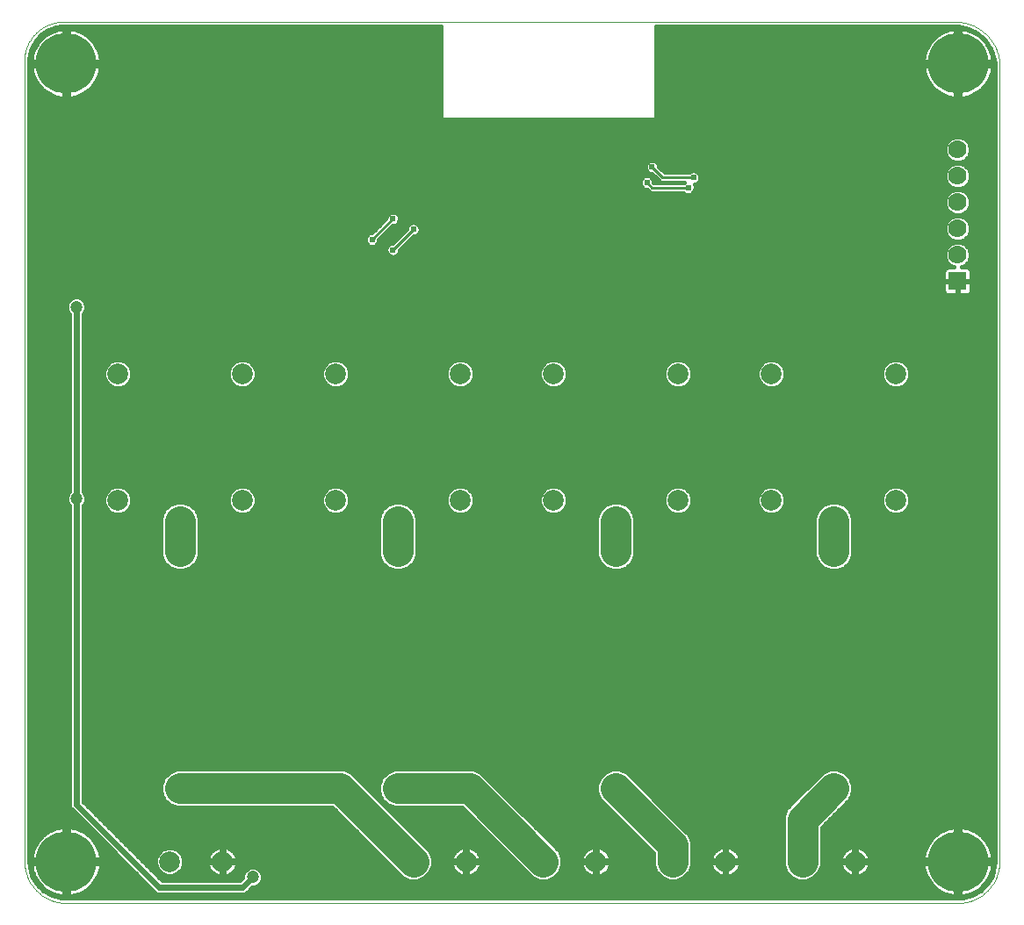
<source format=gbl>
G75*
%MOIN*%
%OFA0B0*%
%FSLAX25Y25*%
%IPPOS*%
%LPD*%
%AMOC8*
5,1,8,0,0,1.08239X$1,22.5*
%
%ADD10C,0.00000*%
%ADD11C,0.10000*%
%ADD12C,0.07874*%
%ADD13R,0.07000X0.07000*%
%ADD14C,0.07000*%
%ADD15C,0.23000*%
%ADD16C,0.01600*%
%ADD17C,0.04724*%
%ADD18C,0.02381*%
%ADD19C,0.01000*%
%ADD20C,0.11811*%
%ADD21C,0.02400*%
D10*
X0064523Y0024622D02*
X0064523Y0327772D01*
X0064503Y0328129D01*
X0064492Y0328486D01*
X0064490Y0328844D01*
X0064497Y0329201D01*
X0064512Y0329559D01*
X0064535Y0329915D01*
X0064568Y0330271D01*
X0064609Y0330627D01*
X0064658Y0330981D01*
X0064716Y0331334D01*
X0064783Y0331685D01*
X0064858Y0332035D01*
X0064941Y0332382D01*
X0065033Y0332728D01*
X0065133Y0333071D01*
X0065242Y0333412D01*
X0065358Y0333750D01*
X0065483Y0334085D01*
X0065616Y0334417D01*
X0065757Y0334746D01*
X0065905Y0335071D01*
X0066062Y0335392D01*
X0066226Y0335710D01*
X0066398Y0336024D01*
X0066577Y0336333D01*
X0066764Y0336638D01*
X0066958Y0336938D01*
X0067159Y0337234D01*
X0067368Y0337524D01*
X0067583Y0337810D01*
X0067805Y0338090D01*
X0068034Y0338365D01*
X0068270Y0338634D01*
X0068512Y0338897D01*
X0068760Y0339154D01*
X0069014Y0339406D01*
X0069274Y0339651D01*
X0069541Y0339890D01*
X0069813Y0340122D01*
X0070090Y0340348D01*
X0070373Y0340566D01*
X0070661Y0340778D01*
X0070954Y0340983D01*
X0071252Y0341181D01*
X0071554Y0341372D01*
X0071861Y0341555D01*
X0072173Y0341731D01*
X0072488Y0341899D01*
X0072808Y0342059D01*
X0073131Y0342212D01*
X0073458Y0342357D01*
X0073788Y0342493D01*
X0074122Y0342622D01*
X0074459Y0342743D01*
X0074798Y0342856D01*
X0075140Y0342960D01*
X0075484Y0343056D01*
X0075831Y0343144D01*
X0076180Y0343223D01*
X0076530Y0343294D01*
X0076882Y0343356D01*
X0077236Y0343410D01*
X0077591Y0343455D01*
X0077946Y0343492D01*
X0078303Y0343520D01*
X0078302Y0343520D02*
X0416885Y0343520D01*
X0416885Y0343519D02*
X0417296Y0343538D01*
X0417707Y0343547D01*
X0418118Y0343546D01*
X0418530Y0343535D01*
X0418940Y0343514D01*
X0419351Y0343482D01*
X0419760Y0343441D01*
X0420168Y0343390D01*
X0420575Y0343328D01*
X0420980Y0343257D01*
X0421383Y0343175D01*
X0421784Y0343084D01*
X0422183Y0342983D01*
X0422579Y0342873D01*
X0422973Y0342752D01*
X0423363Y0342622D01*
X0423750Y0342482D01*
X0424133Y0342333D01*
X0424513Y0342175D01*
X0424888Y0342007D01*
X0425260Y0341830D01*
X0425627Y0341645D01*
X0425989Y0341450D01*
X0426346Y0341246D01*
X0426699Y0341034D01*
X0427046Y0340813D01*
X0427387Y0340583D01*
X0427723Y0340345D01*
X0428053Y0340100D01*
X0428376Y0339846D01*
X0428694Y0339584D01*
X0429004Y0339314D01*
X0429308Y0339037D01*
X0429606Y0338753D01*
X0429896Y0338461D01*
X0430179Y0338163D01*
X0430454Y0337857D01*
X0430722Y0337545D01*
X0430982Y0337226D01*
X0431234Y0336901D01*
X0431479Y0336570D01*
X0431715Y0336233D01*
X0431942Y0335891D01*
X0432161Y0335542D01*
X0432372Y0335189D01*
X0432574Y0334831D01*
X0432767Y0334467D01*
X0432951Y0334099D01*
X0433126Y0333727D01*
X0433291Y0333351D01*
X0433448Y0332970D01*
X0433595Y0332586D01*
X0433732Y0332198D01*
X0433860Y0331807D01*
X0433979Y0331413D01*
X0434088Y0331017D01*
X0434186Y0330617D01*
X0434276Y0330216D01*
X0434355Y0329812D01*
X0434424Y0329407D01*
X0434483Y0328999D01*
X0434533Y0328591D01*
X0434572Y0328182D01*
X0434601Y0327771D01*
X0434602Y0327772D02*
X0434602Y0024622D01*
X0434597Y0024241D01*
X0434584Y0023861D01*
X0434561Y0023481D01*
X0434528Y0023102D01*
X0434487Y0022724D01*
X0434437Y0022347D01*
X0434377Y0021971D01*
X0434309Y0021596D01*
X0434231Y0021224D01*
X0434144Y0020853D01*
X0434049Y0020485D01*
X0433944Y0020119D01*
X0433831Y0019756D01*
X0433709Y0019395D01*
X0433579Y0019038D01*
X0433439Y0018684D01*
X0433292Y0018333D01*
X0433135Y0017986D01*
X0432971Y0017643D01*
X0432798Y0017304D01*
X0432617Y0016969D01*
X0432428Y0016638D01*
X0432231Y0016313D01*
X0432027Y0015992D01*
X0431814Y0015676D01*
X0431594Y0015366D01*
X0431367Y0015060D01*
X0431132Y0014761D01*
X0430890Y0014467D01*
X0430642Y0014179D01*
X0430386Y0013897D01*
X0430123Y0013622D01*
X0429854Y0013353D01*
X0429579Y0013090D01*
X0429297Y0012834D01*
X0429009Y0012586D01*
X0428715Y0012344D01*
X0428416Y0012109D01*
X0428110Y0011882D01*
X0427800Y0011662D01*
X0427484Y0011449D01*
X0427163Y0011245D01*
X0426838Y0011048D01*
X0426507Y0010859D01*
X0426172Y0010678D01*
X0425833Y0010505D01*
X0425490Y0010341D01*
X0425143Y0010184D01*
X0424792Y0010037D01*
X0424438Y0009897D01*
X0424081Y0009767D01*
X0423720Y0009645D01*
X0423357Y0009532D01*
X0422991Y0009427D01*
X0422623Y0009332D01*
X0422252Y0009245D01*
X0421880Y0009167D01*
X0421505Y0009099D01*
X0421129Y0009039D01*
X0420752Y0008989D01*
X0420374Y0008948D01*
X0419995Y0008915D01*
X0419615Y0008892D01*
X0419235Y0008879D01*
X0418854Y0008874D01*
X0080271Y0008874D01*
X0079890Y0008879D01*
X0079510Y0008892D01*
X0079130Y0008915D01*
X0078751Y0008948D01*
X0078373Y0008989D01*
X0077996Y0009039D01*
X0077620Y0009099D01*
X0077245Y0009167D01*
X0076873Y0009245D01*
X0076502Y0009332D01*
X0076134Y0009427D01*
X0075768Y0009532D01*
X0075405Y0009645D01*
X0075044Y0009767D01*
X0074687Y0009897D01*
X0074333Y0010037D01*
X0073982Y0010184D01*
X0073635Y0010341D01*
X0073292Y0010505D01*
X0072953Y0010678D01*
X0072618Y0010859D01*
X0072287Y0011048D01*
X0071962Y0011245D01*
X0071641Y0011449D01*
X0071325Y0011662D01*
X0071015Y0011882D01*
X0070709Y0012109D01*
X0070410Y0012344D01*
X0070116Y0012586D01*
X0069828Y0012834D01*
X0069546Y0013090D01*
X0069271Y0013353D01*
X0069002Y0013622D01*
X0068739Y0013897D01*
X0068483Y0014179D01*
X0068235Y0014467D01*
X0067993Y0014761D01*
X0067758Y0015060D01*
X0067531Y0015366D01*
X0067311Y0015676D01*
X0067098Y0015992D01*
X0066894Y0016313D01*
X0066697Y0016638D01*
X0066508Y0016969D01*
X0066327Y0017304D01*
X0066154Y0017643D01*
X0065990Y0017986D01*
X0065833Y0018333D01*
X0065686Y0018684D01*
X0065546Y0019038D01*
X0065416Y0019395D01*
X0065294Y0019756D01*
X0065181Y0020119D01*
X0065076Y0020485D01*
X0064981Y0020853D01*
X0064894Y0021224D01*
X0064816Y0021596D01*
X0064748Y0021971D01*
X0064688Y0022347D01*
X0064638Y0022724D01*
X0064597Y0023102D01*
X0064564Y0023481D01*
X0064541Y0023861D01*
X0064528Y0024241D01*
X0064523Y0024622D01*
D11*
X0123578Y0052457D03*
X0206255Y0052457D03*
X0288932Y0052457D03*
X0371610Y0052457D03*
X0371610Y0142457D03*
X0288932Y0142457D03*
X0206255Y0142457D03*
X0123578Y0142457D03*
D12*
X0123578Y0153953D03*
X0099956Y0161827D03*
X0147200Y0161827D03*
X0182633Y0161827D03*
X0206255Y0153953D03*
X0229877Y0161827D03*
X0265310Y0161827D03*
X0288932Y0153953D03*
X0312554Y0161827D03*
X0347987Y0161827D03*
X0371610Y0153953D03*
X0395232Y0161827D03*
X0395232Y0209858D03*
X0347987Y0209858D03*
X0312554Y0209858D03*
X0265310Y0209858D03*
X0229877Y0209858D03*
X0182633Y0209858D03*
X0147200Y0209858D03*
X0099956Y0209858D03*
X0119641Y0024622D03*
X0139641Y0024622D03*
X0212161Y0024622D03*
X0232161Y0024622D03*
X0261373Y0024622D03*
X0281373Y0024622D03*
X0310586Y0024622D03*
X0330586Y0024622D03*
X0359798Y0024622D03*
X0379798Y0024622D03*
D13*
X0418657Y0245055D03*
D14*
X0418657Y0255055D03*
X0418657Y0265055D03*
X0418657Y0275055D03*
X0418657Y0285055D03*
X0418657Y0295055D03*
D15*
X0418854Y0327772D03*
X0080271Y0327772D03*
X0080271Y0024622D03*
X0418854Y0024622D03*
D16*
X0419654Y0024859D02*
X0432802Y0024859D01*
X0432802Y0024622D02*
X0432682Y0022801D01*
X0431740Y0019284D01*
X0429919Y0016131D01*
X0427345Y0013556D01*
X0424191Y0011736D01*
X0420674Y0010793D01*
X0418854Y0010674D01*
X0080271Y0010674D01*
X0078450Y0010793D01*
X0074933Y0011736D01*
X0071780Y0013556D01*
X0069205Y0016131D01*
X0067385Y0019284D01*
X0066442Y0022801D01*
X0066323Y0024622D01*
X0066323Y0327095D01*
X0066369Y0327147D01*
X0066323Y0327832D01*
X0066323Y0328517D01*
X0066318Y0328522D01*
X0066317Y0329591D01*
X0066975Y0332920D01*
X0068472Y0335964D01*
X0070707Y0338518D01*
X0073525Y0340406D01*
X0076737Y0341500D01*
X0078392Y0341720D01*
X0222542Y0341720D01*
X0222542Y0307007D01*
X0223010Y0306539D01*
X0303673Y0306539D01*
X0304142Y0307007D01*
X0304142Y0341720D01*
X0416201Y0341720D01*
X0416247Y0341679D01*
X0416938Y0341720D01*
X0417454Y0341720D01*
X0418948Y0341710D01*
X0422773Y0340922D01*
X0426264Y0339171D01*
X0429184Y0336576D01*
X0431332Y0333315D01*
X0432562Y0329608D01*
X0432802Y0327691D01*
X0432802Y0024622D01*
X0432139Y0023822D02*
X0419654Y0023822D01*
X0419654Y0025422D01*
X0432139Y0025422D01*
X0432026Y0026576D01*
X0431771Y0027858D01*
X0431391Y0029108D01*
X0430891Y0030315D01*
X0430275Y0031468D01*
X0429549Y0032554D01*
X0428720Y0033565D01*
X0427796Y0034489D01*
X0426786Y0035318D01*
X0425699Y0036044D01*
X0424547Y0036660D01*
X0423340Y0037160D01*
X0422089Y0037539D01*
X0420807Y0037794D01*
X0419654Y0037908D01*
X0419654Y0025422D01*
X0418054Y0025422D01*
X0418054Y0037908D01*
X0416900Y0037794D01*
X0415618Y0037539D01*
X0414368Y0037160D01*
X0413160Y0036660D01*
X0412008Y0036044D01*
X0410921Y0035318D01*
X0409911Y0034489D01*
X0408987Y0033565D01*
X0408158Y0032554D01*
X0407432Y0031468D01*
X0406816Y0030315D01*
X0406316Y0029108D01*
X0405937Y0027858D01*
X0405682Y0026576D01*
X0405568Y0025422D01*
X0418054Y0025422D01*
X0418054Y0023822D01*
X0419654Y0023822D01*
X0419654Y0011336D01*
X0420807Y0011450D01*
X0422089Y0011705D01*
X0423340Y0012084D01*
X0424547Y0012584D01*
X0425699Y0013200D01*
X0426786Y0013927D01*
X0427796Y0014756D01*
X0428720Y0015680D01*
X0429549Y0016690D01*
X0430275Y0017776D01*
X0430891Y0018929D01*
X0431391Y0020136D01*
X0431771Y0021387D01*
X0432026Y0022668D01*
X0432139Y0023822D01*
X0432084Y0023261D02*
X0432712Y0023261D01*
X0432377Y0021662D02*
X0431825Y0021662D01*
X0431949Y0020064D02*
X0431361Y0020064D01*
X0431740Y0019284D02*
X0431740Y0019284D01*
X0431267Y0018465D02*
X0430643Y0018465D01*
X0430344Y0016867D02*
X0429667Y0016867D01*
X0429056Y0015268D02*
X0428309Y0015268D01*
X0427458Y0013670D02*
X0426401Y0013670D01*
X0424772Y0012071D02*
X0423296Y0012071D01*
X0419654Y0012071D02*
X0418054Y0012071D01*
X0418054Y0011336D02*
X0418054Y0023822D01*
X0405568Y0023822D01*
X0405682Y0022668D01*
X0405937Y0021387D01*
X0406316Y0020136D01*
X0406816Y0018929D01*
X0407432Y0017776D01*
X0408158Y0016690D01*
X0408987Y0015680D01*
X0409911Y0014756D01*
X0410921Y0013927D01*
X0412008Y0013200D01*
X0413160Y0012584D01*
X0414368Y0012084D01*
X0415618Y0011705D01*
X0416900Y0011450D01*
X0418054Y0011336D01*
X0418054Y0013670D02*
X0419654Y0013670D01*
X0419654Y0015268D02*
X0418054Y0015268D01*
X0418054Y0016867D02*
X0419654Y0016867D01*
X0419654Y0018465D02*
X0418054Y0018465D01*
X0418054Y0020064D02*
X0419654Y0020064D01*
X0419654Y0021662D02*
X0418054Y0021662D01*
X0418054Y0023261D02*
X0419654Y0023261D01*
X0418054Y0024859D02*
X0380278Y0024859D01*
X0380278Y0025102D02*
X0385531Y0025102D01*
X0385394Y0025965D01*
X0385115Y0026824D01*
X0384705Y0027629D01*
X0384174Y0028359D01*
X0383536Y0028998D01*
X0382805Y0029529D01*
X0382001Y0029939D01*
X0381142Y0030218D01*
X0380278Y0030355D01*
X0380278Y0025102D01*
X0379319Y0025102D01*
X0379319Y0030355D01*
X0378455Y0030218D01*
X0377596Y0029939D01*
X0376792Y0029529D01*
X0376061Y0028998D01*
X0375423Y0028359D01*
X0374892Y0027629D01*
X0374482Y0026824D01*
X0374203Y0025965D01*
X0374066Y0025102D01*
X0379319Y0025102D01*
X0379319Y0024142D01*
X0380278Y0024142D01*
X0380278Y0018889D01*
X0381142Y0019026D01*
X0382001Y0019305D01*
X0382805Y0019715D01*
X0383536Y0020246D01*
X0384174Y0020885D01*
X0384705Y0021615D01*
X0385115Y0022420D01*
X0385394Y0023279D01*
X0385531Y0024142D01*
X0380278Y0024142D01*
X0380278Y0025102D01*
X0379319Y0024859D02*
X0367104Y0024859D01*
X0367104Y0023261D02*
X0374209Y0023261D01*
X0374203Y0023279D02*
X0374482Y0022420D01*
X0374892Y0021615D01*
X0375423Y0020885D01*
X0376061Y0020246D01*
X0376792Y0019715D01*
X0377596Y0019305D01*
X0378455Y0019026D01*
X0379319Y0018889D01*
X0379319Y0024142D01*
X0374066Y0024142D01*
X0374203Y0023279D01*
X0374868Y0021662D02*
X0366480Y0021662D01*
X0365992Y0020484D02*
X0367104Y0023169D01*
X0367104Y0037620D01*
X0377803Y0048318D01*
X0378915Y0051004D01*
X0378915Y0053910D01*
X0377803Y0056595D01*
X0375748Y0058650D01*
X0373063Y0059762D01*
X0370156Y0059762D01*
X0367471Y0058650D01*
X0355660Y0046839D01*
X0353605Y0044784D01*
X0352493Y0042099D01*
X0352493Y0023169D01*
X0353605Y0020484D01*
X0355660Y0018429D01*
X0358345Y0017317D01*
X0361252Y0017317D01*
X0363937Y0018429D01*
X0365992Y0020484D01*
X0365572Y0020064D02*
X0376312Y0020064D01*
X0379319Y0020064D02*
X0380278Y0020064D01*
X0380278Y0021662D02*
X0379319Y0021662D01*
X0379319Y0023261D02*
X0380278Y0023261D01*
X0380278Y0026458D02*
X0379319Y0026458D01*
X0379319Y0028056D02*
X0380278Y0028056D01*
X0380278Y0029655D02*
X0379319Y0029655D01*
X0377039Y0029655D02*
X0367104Y0029655D01*
X0367104Y0031253D02*
X0407317Y0031253D01*
X0406542Y0029655D02*
X0382558Y0029655D01*
X0384395Y0028056D02*
X0405997Y0028056D01*
X0405670Y0026458D02*
X0385234Y0026458D01*
X0385388Y0023261D02*
X0405623Y0023261D01*
X0405882Y0021662D02*
X0384729Y0021662D01*
X0383285Y0020064D02*
X0406346Y0020064D01*
X0407064Y0018465D02*
X0363973Y0018465D01*
X0355624Y0018465D02*
X0314760Y0018465D01*
X0314724Y0018429D02*
X0316779Y0020484D01*
X0317891Y0023169D01*
X0317891Y0032256D01*
X0316779Y0034941D01*
X0314724Y0036996D01*
X0293071Y0058650D01*
X0290386Y0059762D01*
X0287479Y0059762D01*
X0284794Y0058650D01*
X0282739Y0056595D01*
X0281627Y0053910D01*
X0281627Y0051004D01*
X0282739Y0048318D01*
X0303280Y0027777D01*
X0303280Y0023169D01*
X0304393Y0020484D01*
X0306448Y0018429D01*
X0309133Y0017317D01*
X0312039Y0017317D01*
X0314724Y0018429D01*
X0316359Y0020064D02*
X0327100Y0020064D01*
X0326848Y0020246D02*
X0327579Y0019715D01*
X0328384Y0019305D01*
X0329242Y0019026D01*
X0330106Y0018889D01*
X0330106Y0024142D01*
X0331065Y0024142D01*
X0331065Y0018889D01*
X0331929Y0019026D01*
X0332788Y0019305D01*
X0333593Y0019715D01*
X0334323Y0020246D01*
X0334962Y0020885D01*
X0335493Y0021615D01*
X0335903Y0022420D01*
X0336182Y0023279D01*
X0336318Y0024142D01*
X0331066Y0024142D01*
X0331066Y0025102D01*
X0336318Y0025102D01*
X0336182Y0025965D01*
X0335903Y0026824D01*
X0335493Y0027629D01*
X0334962Y0028359D01*
X0334323Y0028998D01*
X0333593Y0029529D01*
X0332788Y0029939D01*
X0331929Y0030218D01*
X0331065Y0030355D01*
X0331065Y0025102D01*
X0330106Y0025102D01*
X0330106Y0030355D01*
X0329242Y0030218D01*
X0328384Y0029939D01*
X0327579Y0029529D01*
X0326848Y0028998D01*
X0326210Y0028359D01*
X0325679Y0027629D01*
X0325269Y0026824D01*
X0324990Y0025965D01*
X0324853Y0025102D01*
X0330106Y0025102D01*
X0330106Y0024142D01*
X0324853Y0024142D01*
X0324990Y0023279D01*
X0325269Y0022420D01*
X0325679Y0021615D01*
X0326210Y0020885D01*
X0326848Y0020246D01*
X0325655Y0021662D02*
X0317267Y0021662D01*
X0317891Y0023261D02*
X0324996Y0023261D01*
X0325150Y0026458D02*
X0317891Y0026458D01*
X0317891Y0028056D02*
X0325990Y0028056D01*
X0327826Y0029655D02*
X0317891Y0029655D01*
X0317891Y0031253D02*
X0352493Y0031253D01*
X0352493Y0029655D02*
X0333346Y0029655D01*
X0331065Y0029655D02*
X0330106Y0029655D01*
X0330106Y0028056D02*
X0331065Y0028056D01*
X0331065Y0026458D02*
X0330106Y0026458D01*
X0330106Y0024859D02*
X0317891Y0024859D01*
X0317645Y0032852D02*
X0352493Y0032852D01*
X0352493Y0034450D02*
X0316983Y0034450D01*
X0315672Y0036049D02*
X0352493Y0036049D01*
X0352493Y0037647D02*
X0314073Y0037647D01*
X0312475Y0039246D02*
X0352493Y0039246D01*
X0352493Y0040844D02*
X0310876Y0040844D01*
X0309278Y0042443D02*
X0352635Y0042443D01*
X0353298Y0044041D02*
X0307679Y0044041D01*
X0306081Y0045640D02*
X0354461Y0045640D01*
X0356060Y0047238D02*
X0304482Y0047238D01*
X0302884Y0048837D02*
X0357658Y0048837D01*
X0359257Y0050435D02*
X0301285Y0050435D01*
X0299687Y0052034D02*
X0360855Y0052034D01*
X0362454Y0053632D02*
X0298088Y0053632D01*
X0296490Y0055231D02*
X0364052Y0055231D01*
X0365651Y0056829D02*
X0294891Y0056829D01*
X0293293Y0058428D02*
X0367249Y0058428D01*
X0375970Y0058428D02*
X0432802Y0058428D01*
X0432802Y0060026D02*
X0086808Y0060026D01*
X0086808Y0058428D02*
X0119218Y0058428D01*
X0119440Y0058650D02*
X0117385Y0056595D01*
X0116273Y0053910D01*
X0116273Y0051004D01*
X0117385Y0048318D01*
X0119440Y0046263D01*
X0122125Y0045151D01*
X0181300Y0045151D01*
X0208022Y0018429D01*
X0210708Y0017317D01*
X0213614Y0017317D01*
X0216299Y0018429D01*
X0218354Y0020484D01*
X0219466Y0023169D01*
X0219466Y0026075D01*
X0218354Y0028760D01*
X0190519Y0056595D01*
X0188464Y0058650D01*
X0185779Y0059762D01*
X0122125Y0059762D01*
X0119440Y0058650D01*
X0117619Y0056829D02*
X0086808Y0056829D01*
X0086808Y0055231D02*
X0116820Y0055231D01*
X0116273Y0053632D02*
X0086808Y0053632D01*
X0086808Y0052034D02*
X0116273Y0052034D01*
X0116508Y0050435D02*
X0086808Y0050435D01*
X0086808Y0048837D02*
X0117170Y0048837D01*
X0118465Y0047238D02*
X0086922Y0047238D01*
X0086808Y0047353D02*
X0116781Y0017380D01*
X0146123Y0017380D01*
X0147375Y0018631D01*
X0147375Y0019465D01*
X0147948Y0020848D01*
X0149006Y0021906D01*
X0150389Y0022479D01*
X0151885Y0022479D01*
X0153268Y0021906D01*
X0154327Y0020848D01*
X0154899Y0019465D01*
X0154899Y0017968D01*
X0154327Y0016585D01*
X0153268Y0015527D01*
X0151885Y0014954D01*
X0151052Y0014954D01*
X0149404Y0013307D01*
X0148673Y0012575D01*
X0147717Y0012180D01*
X0115187Y0012180D01*
X0114231Y0012575D01*
X0113500Y0013307D01*
X0113500Y0013307D01*
X0082735Y0044071D01*
X0082004Y0044803D01*
X0081608Y0045758D01*
X0081608Y0159697D01*
X0081019Y0160286D01*
X0080446Y0161669D01*
X0080446Y0163166D01*
X0081019Y0164548D01*
X0081608Y0165138D01*
X0081608Y0232531D01*
X0081019Y0233121D01*
X0080446Y0234504D01*
X0080446Y0236000D01*
X0081019Y0237383D01*
X0082077Y0238441D01*
X0083460Y0239014D01*
X0084956Y0239014D01*
X0086339Y0238441D01*
X0087397Y0237383D01*
X0087970Y0236000D01*
X0087970Y0234504D01*
X0087397Y0233121D01*
X0086808Y0232531D01*
X0086808Y0165138D01*
X0087397Y0164548D01*
X0087970Y0163166D01*
X0087970Y0161669D01*
X0087397Y0160286D01*
X0086808Y0159697D01*
X0086808Y0047353D01*
X0088521Y0045640D02*
X0120945Y0045640D01*
X0120703Y0029959D02*
X0118579Y0029959D01*
X0116618Y0029147D01*
X0115117Y0027645D01*
X0114304Y0025684D01*
X0114304Y0023560D01*
X0115117Y0021599D01*
X0116618Y0020098D01*
X0118579Y0019285D01*
X0120703Y0019285D01*
X0122664Y0020098D01*
X0124166Y0021599D01*
X0124978Y0023560D01*
X0124978Y0025684D01*
X0124166Y0027645D01*
X0122664Y0029147D01*
X0120703Y0029959D01*
X0121437Y0029655D02*
X0136881Y0029655D01*
X0136634Y0029529D02*
X0135904Y0028998D01*
X0135265Y0028359D01*
X0134734Y0027629D01*
X0134324Y0026824D01*
X0134045Y0025965D01*
X0133908Y0025102D01*
X0139161Y0025102D01*
X0139161Y0030355D01*
X0138298Y0030218D01*
X0137439Y0029939D01*
X0136634Y0029529D01*
X0135045Y0028056D02*
X0123755Y0028056D01*
X0124657Y0026458D02*
X0134205Y0026458D01*
X0133908Y0024142D02*
X0134045Y0023279D01*
X0134324Y0022420D01*
X0134734Y0021615D01*
X0135265Y0020885D01*
X0135904Y0020246D01*
X0136634Y0019715D01*
X0137439Y0019305D01*
X0138298Y0019026D01*
X0139161Y0018889D01*
X0139161Y0024142D01*
X0140121Y0024142D01*
X0140121Y0025102D01*
X0145374Y0025102D01*
X0145237Y0025965D01*
X0144958Y0026824D01*
X0144548Y0027629D01*
X0144017Y0028359D01*
X0143378Y0028998D01*
X0142648Y0029529D01*
X0141843Y0029939D01*
X0140984Y0030218D01*
X0140121Y0030355D01*
X0140121Y0025102D01*
X0139161Y0025102D01*
X0139161Y0024142D01*
X0133908Y0024142D01*
X0134051Y0023261D02*
X0124854Y0023261D01*
X0124978Y0024859D02*
X0139161Y0024859D01*
X0140121Y0024859D02*
X0201592Y0024859D01*
X0203191Y0023261D02*
X0145231Y0023261D01*
X0145237Y0023279D02*
X0145374Y0024142D01*
X0140121Y0024142D01*
X0140121Y0018889D01*
X0140984Y0019026D01*
X0141843Y0019305D01*
X0142648Y0019715D01*
X0143378Y0020246D01*
X0144017Y0020885D01*
X0144548Y0021615D01*
X0144958Y0022420D01*
X0145237Y0023279D01*
X0144572Y0021662D02*
X0148762Y0021662D01*
X0147623Y0020064D02*
X0143127Y0020064D01*
X0140121Y0020064D02*
X0139161Y0020064D01*
X0139161Y0021662D02*
X0140121Y0021662D01*
X0140121Y0023261D02*
X0139161Y0023261D01*
X0139161Y0026458D02*
X0140121Y0026458D01*
X0140121Y0028056D02*
X0139161Y0028056D01*
X0139161Y0029655D02*
X0140121Y0029655D01*
X0142401Y0029655D02*
X0196797Y0029655D01*
X0198395Y0028056D02*
X0144237Y0028056D01*
X0145077Y0026458D02*
X0199994Y0026458D01*
X0204789Y0021662D02*
X0153512Y0021662D01*
X0154651Y0020064D02*
X0206388Y0020064D01*
X0207986Y0018465D02*
X0154899Y0018465D01*
X0154443Y0016867D02*
X0408040Y0016867D01*
X0409399Y0015268D02*
X0152643Y0015268D01*
X0149767Y0013670D02*
X0411306Y0013670D01*
X0414412Y0012071D02*
X0084713Y0012071D01*
X0084757Y0012084D02*
X0085964Y0012584D01*
X0087117Y0013200D01*
X0088203Y0013927D01*
X0089213Y0014756D01*
X0090137Y0015680D01*
X0090966Y0016690D01*
X0091692Y0017776D01*
X0092308Y0018929D01*
X0092809Y0020136D01*
X0093188Y0021387D01*
X0093443Y0022668D01*
X0093556Y0023822D01*
X0081071Y0023822D01*
X0081071Y0025422D01*
X0093556Y0025422D01*
X0093443Y0026576D01*
X0093188Y0027858D01*
X0092809Y0029108D01*
X0092308Y0030315D01*
X0091692Y0031468D01*
X0090966Y0032554D01*
X0090137Y0033565D01*
X0089213Y0034489D01*
X0088203Y0035318D01*
X0087117Y0036044D01*
X0085964Y0036660D01*
X0084757Y0037160D01*
X0083506Y0037539D01*
X0082225Y0037794D01*
X0081071Y0037908D01*
X0081071Y0025422D01*
X0079471Y0025422D01*
X0079471Y0037908D01*
X0078317Y0037794D01*
X0077035Y0037539D01*
X0075785Y0037160D01*
X0074578Y0036660D01*
X0073425Y0036044D01*
X0072339Y0035318D01*
X0071328Y0034489D01*
X0070404Y0033565D01*
X0069575Y0032554D01*
X0068849Y0031468D01*
X0068233Y0030315D01*
X0067733Y0029108D01*
X0067354Y0027858D01*
X0067099Y0026576D01*
X0066985Y0025422D01*
X0079471Y0025422D01*
X0079471Y0023822D01*
X0081071Y0023822D01*
X0081071Y0011336D01*
X0082225Y0011450D01*
X0083506Y0011705D01*
X0084757Y0012084D01*
X0087819Y0013670D02*
X0113137Y0013670D01*
X0111539Y0015268D02*
X0089726Y0015268D01*
X0091085Y0016867D02*
X0109940Y0016867D01*
X0108341Y0018465D02*
X0092061Y0018465D01*
X0092779Y0020064D02*
X0106743Y0020064D01*
X0105144Y0021662D02*
X0093243Y0021662D01*
X0093501Y0023261D02*
X0103546Y0023261D01*
X0101947Y0024859D02*
X0081071Y0024859D01*
X0081071Y0023261D02*
X0079471Y0023261D01*
X0079471Y0023822D02*
X0079471Y0011336D01*
X0078317Y0011450D01*
X0077035Y0011705D01*
X0075785Y0012084D01*
X0074578Y0012584D01*
X0073425Y0013200D01*
X0072339Y0013927D01*
X0071328Y0014756D01*
X0070404Y0015680D01*
X0069575Y0016690D01*
X0068849Y0017776D01*
X0068233Y0018929D01*
X0067733Y0020136D01*
X0067354Y0021387D01*
X0067099Y0022668D01*
X0066985Y0023822D01*
X0079471Y0023822D01*
X0079471Y0024859D02*
X0066323Y0024859D01*
X0066323Y0026458D02*
X0067087Y0026458D01*
X0067414Y0028056D02*
X0066323Y0028056D01*
X0066323Y0029655D02*
X0067960Y0029655D01*
X0068735Y0031253D02*
X0066323Y0031253D01*
X0066323Y0032852D02*
X0069819Y0032852D01*
X0071290Y0034450D02*
X0066323Y0034450D01*
X0066323Y0036049D02*
X0073435Y0036049D01*
X0077579Y0037647D02*
X0066323Y0037647D01*
X0066323Y0039246D02*
X0087561Y0039246D01*
X0085962Y0040844D02*
X0066323Y0040844D01*
X0066323Y0042443D02*
X0084364Y0042443D01*
X0082765Y0044041D02*
X0066323Y0044041D01*
X0066323Y0045640D02*
X0081657Y0045640D01*
X0081608Y0047238D02*
X0066323Y0047238D01*
X0066323Y0048837D02*
X0081608Y0048837D01*
X0081608Y0050435D02*
X0066323Y0050435D01*
X0066323Y0052034D02*
X0081608Y0052034D01*
X0081608Y0053632D02*
X0066323Y0053632D01*
X0066323Y0055231D02*
X0081608Y0055231D01*
X0081608Y0056829D02*
X0066323Y0056829D01*
X0066323Y0058428D02*
X0081608Y0058428D01*
X0081608Y0060026D02*
X0066323Y0060026D01*
X0066323Y0061625D02*
X0081608Y0061625D01*
X0081608Y0063223D02*
X0066323Y0063223D01*
X0066323Y0064822D02*
X0081608Y0064822D01*
X0081608Y0066420D02*
X0066323Y0066420D01*
X0066323Y0068019D02*
X0081608Y0068019D01*
X0081608Y0069617D02*
X0066323Y0069617D01*
X0066323Y0071216D02*
X0081608Y0071216D01*
X0081608Y0072814D02*
X0066323Y0072814D01*
X0066323Y0074413D02*
X0081608Y0074413D01*
X0081608Y0076011D02*
X0066323Y0076011D01*
X0066323Y0077610D02*
X0081608Y0077610D01*
X0081608Y0079209D02*
X0066323Y0079209D01*
X0066323Y0080807D02*
X0081608Y0080807D01*
X0081608Y0082406D02*
X0066323Y0082406D01*
X0066323Y0084004D02*
X0081608Y0084004D01*
X0081608Y0085603D02*
X0066323Y0085603D01*
X0066323Y0087201D02*
X0081608Y0087201D01*
X0081608Y0088800D02*
X0066323Y0088800D01*
X0066323Y0090398D02*
X0081608Y0090398D01*
X0081608Y0091997D02*
X0066323Y0091997D01*
X0066323Y0093595D02*
X0081608Y0093595D01*
X0081608Y0095194D02*
X0066323Y0095194D01*
X0066323Y0096792D02*
X0081608Y0096792D01*
X0081608Y0098391D02*
X0066323Y0098391D01*
X0066323Y0099989D02*
X0081608Y0099989D01*
X0081608Y0101588D02*
X0066323Y0101588D01*
X0066323Y0103186D02*
X0081608Y0103186D01*
X0081608Y0104785D02*
X0066323Y0104785D01*
X0066323Y0106383D02*
X0081608Y0106383D01*
X0081608Y0107982D02*
X0066323Y0107982D01*
X0066323Y0109580D02*
X0081608Y0109580D01*
X0081608Y0111179D02*
X0066323Y0111179D01*
X0066323Y0112777D02*
X0081608Y0112777D01*
X0081608Y0114376D02*
X0066323Y0114376D01*
X0066323Y0115974D02*
X0081608Y0115974D01*
X0081608Y0117573D02*
X0066323Y0117573D01*
X0066323Y0119171D02*
X0081608Y0119171D01*
X0081608Y0120770D02*
X0066323Y0120770D01*
X0066323Y0122368D02*
X0081608Y0122368D01*
X0081608Y0123967D02*
X0066323Y0123967D01*
X0066323Y0125565D02*
X0081608Y0125565D01*
X0081608Y0127164D02*
X0066323Y0127164D01*
X0066323Y0128762D02*
X0081608Y0128762D01*
X0081608Y0130361D02*
X0066323Y0130361D01*
X0066323Y0131959D02*
X0081608Y0131959D01*
X0081608Y0133558D02*
X0066323Y0133558D01*
X0066323Y0135156D02*
X0081608Y0135156D01*
X0081608Y0136755D02*
X0066323Y0136755D01*
X0066323Y0138353D02*
X0081608Y0138353D01*
X0081608Y0139952D02*
X0066323Y0139952D01*
X0066323Y0141550D02*
X0081608Y0141550D01*
X0081608Y0143149D02*
X0066323Y0143149D01*
X0066323Y0144747D02*
X0081608Y0144747D01*
X0081608Y0146346D02*
X0066323Y0146346D01*
X0066323Y0147945D02*
X0081608Y0147945D01*
X0081608Y0149543D02*
X0066323Y0149543D01*
X0066323Y0151142D02*
X0081608Y0151142D01*
X0081608Y0152740D02*
X0066323Y0152740D01*
X0066323Y0154339D02*
X0081608Y0154339D01*
X0081608Y0155937D02*
X0066323Y0155937D01*
X0066323Y0157536D02*
X0081608Y0157536D01*
X0081608Y0159134D02*
X0066323Y0159134D01*
X0066323Y0160733D02*
X0080834Y0160733D01*
X0080446Y0162331D02*
X0066323Y0162331D01*
X0066323Y0163930D02*
X0080762Y0163930D01*
X0081608Y0165528D02*
X0066323Y0165528D01*
X0066323Y0167127D02*
X0081608Y0167127D01*
X0081608Y0168725D02*
X0066323Y0168725D01*
X0066323Y0170324D02*
X0081608Y0170324D01*
X0081608Y0171922D02*
X0066323Y0171922D01*
X0066323Y0173521D02*
X0081608Y0173521D01*
X0081608Y0175119D02*
X0066323Y0175119D01*
X0066323Y0176718D02*
X0081608Y0176718D01*
X0081608Y0178316D02*
X0066323Y0178316D01*
X0066323Y0179915D02*
X0081608Y0179915D01*
X0081608Y0181513D02*
X0066323Y0181513D01*
X0066323Y0183112D02*
X0081608Y0183112D01*
X0081608Y0184710D02*
X0066323Y0184710D01*
X0066323Y0186309D02*
X0081608Y0186309D01*
X0081608Y0187907D02*
X0066323Y0187907D01*
X0066323Y0189506D02*
X0081608Y0189506D01*
X0081608Y0191104D02*
X0066323Y0191104D01*
X0066323Y0192703D02*
X0081608Y0192703D01*
X0081608Y0194301D02*
X0066323Y0194301D01*
X0066323Y0195900D02*
X0081608Y0195900D01*
X0081608Y0197498D02*
X0066323Y0197498D01*
X0066323Y0199097D02*
X0081608Y0199097D01*
X0081608Y0200695D02*
X0066323Y0200695D01*
X0066323Y0202294D02*
X0081608Y0202294D01*
X0081608Y0203892D02*
X0066323Y0203892D01*
X0066323Y0205491D02*
X0081608Y0205491D01*
X0081608Y0207089D02*
X0066323Y0207089D01*
X0066323Y0208688D02*
X0081608Y0208688D01*
X0081608Y0210286D02*
X0066323Y0210286D01*
X0066323Y0211885D02*
X0081608Y0211885D01*
X0081608Y0213483D02*
X0066323Y0213483D01*
X0066323Y0215082D02*
X0081608Y0215082D01*
X0081608Y0216680D02*
X0066323Y0216680D01*
X0066323Y0218279D02*
X0081608Y0218279D01*
X0081608Y0219878D02*
X0066323Y0219878D01*
X0066323Y0221476D02*
X0081608Y0221476D01*
X0081608Y0223075D02*
X0066323Y0223075D01*
X0066323Y0224673D02*
X0081608Y0224673D01*
X0081608Y0226272D02*
X0066323Y0226272D01*
X0066323Y0227870D02*
X0081608Y0227870D01*
X0081608Y0229469D02*
X0066323Y0229469D01*
X0066323Y0231067D02*
X0081608Y0231067D01*
X0081474Y0232666D02*
X0066323Y0232666D01*
X0066323Y0234264D02*
X0080545Y0234264D01*
X0080446Y0235863D02*
X0066323Y0235863D01*
X0066323Y0237461D02*
X0081097Y0237461D01*
X0087319Y0237461D02*
X0432802Y0237461D01*
X0432802Y0235863D02*
X0087970Y0235863D01*
X0087871Y0234264D02*
X0432802Y0234264D01*
X0432802Y0232666D02*
X0086942Y0232666D01*
X0086808Y0231067D02*
X0432802Y0231067D01*
X0432802Y0229469D02*
X0086808Y0229469D01*
X0086808Y0227870D02*
X0432802Y0227870D01*
X0432802Y0226272D02*
X0086808Y0226272D01*
X0086808Y0224673D02*
X0432802Y0224673D01*
X0432802Y0223075D02*
X0086808Y0223075D01*
X0086808Y0221476D02*
X0432802Y0221476D01*
X0432802Y0219878D02*
X0086808Y0219878D01*
X0086808Y0218279D02*
X0432802Y0218279D01*
X0432802Y0216680D02*
X0086808Y0216680D01*
X0086808Y0215082D02*
X0098621Y0215082D01*
X0098894Y0215195D02*
X0096933Y0214383D01*
X0095431Y0212881D01*
X0094619Y0210920D01*
X0094619Y0208797D01*
X0095431Y0206835D01*
X0096933Y0205334D01*
X0098894Y0204521D01*
X0101018Y0204521D01*
X0102979Y0205334D01*
X0104480Y0206835D01*
X0105293Y0208797D01*
X0105293Y0210920D01*
X0104480Y0212881D01*
X0102979Y0214383D01*
X0101018Y0215195D01*
X0098894Y0215195D01*
X0101291Y0215082D02*
X0145865Y0215082D01*
X0146138Y0215195D02*
X0144177Y0214383D01*
X0142676Y0212881D01*
X0141863Y0210920D01*
X0141863Y0208797D01*
X0142676Y0206835D01*
X0144177Y0205334D01*
X0146138Y0204521D01*
X0148262Y0204521D01*
X0150223Y0205334D01*
X0151725Y0206835D01*
X0152537Y0208797D01*
X0152537Y0210920D01*
X0151725Y0212881D01*
X0150223Y0214383D01*
X0148262Y0215195D01*
X0146138Y0215195D01*
X0148535Y0215082D02*
X0181298Y0215082D01*
X0181572Y0215195D02*
X0179610Y0214383D01*
X0178109Y0212881D01*
X0177296Y0210920D01*
X0177296Y0208797D01*
X0178109Y0206835D01*
X0179610Y0205334D01*
X0181572Y0204521D01*
X0183695Y0204521D01*
X0185656Y0205334D01*
X0187158Y0206835D01*
X0187970Y0208797D01*
X0187970Y0210920D01*
X0187158Y0212881D01*
X0185656Y0214383D01*
X0183695Y0215195D01*
X0181572Y0215195D01*
X0183968Y0215082D02*
X0228542Y0215082D01*
X0228816Y0215195D02*
X0226854Y0214383D01*
X0225353Y0212881D01*
X0224540Y0210920D01*
X0224540Y0208797D01*
X0225353Y0206835D01*
X0226854Y0205334D01*
X0228816Y0204521D01*
X0230939Y0204521D01*
X0232900Y0205334D01*
X0234402Y0206835D01*
X0235214Y0208797D01*
X0235214Y0210920D01*
X0234402Y0212881D01*
X0232900Y0214383D01*
X0230939Y0215195D01*
X0228816Y0215195D01*
X0231212Y0215082D02*
X0263975Y0215082D01*
X0264249Y0215195D02*
X0262287Y0214383D01*
X0260786Y0212881D01*
X0259973Y0210920D01*
X0259973Y0208797D01*
X0260786Y0206835D01*
X0262287Y0205334D01*
X0264249Y0204521D01*
X0266372Y0204521D01*
X0268333Y0205334D01*
X0269835Y0206835D01*
X0270647Y0208797D01*
X0270647Y0210920D01*
X0269835Y0212881D01*
X0268333Y0214383D01*
X0266372Y0215195D01*
X0264249Y0215195D01*
X0266645Y0215082D02*
X0311219Y0215082D01*
X0311493Y0215195D02*
X0309531Y0214383D01*
X0308030Y0212881D01*
X0307217Y0210920D01*
X0307217Y0208797D01*
X0308030Y0206835D01*
X0309531Y0205334D01*
X0311493Y0204521D01*
X0313616Y0204521D01*
X0315578Y0205334D01*
X0317079Y0206835D01*
X0317891Y0208797D01*
X0317891Y0210920D01*
X0317079Y0212881D01*
X0315578Y0214383D01*
X0313616Y0215195D01*
X0311493Y0215195D01*
X0313890Y0215082D02*
X0346652Y0215082D01*
X0346926Y0215195D02*
X0344964Y0214383D01*
X0343463Y0212881D01*
X0342650Y0210920D01*
X0342650Y0208797D01*
X0343463Y0206835D01*
X0344964Y0205334D01*
X0346926Y0204521D01*
X0349049Y0204521D01*
X0351011Y0205334D01*
X0352512Y0206835D01*
X0353324Y0208797D01*
X0353324Y0210920D01*
X0352512Y0212881D01*
X0351011Y0214383D01*
X0349049Y0215195D01*
X0346926Y0215195D01*
X0349323Y0215082D02*
X0393896Y0215082D01*
X0394170Y0215195D02*
X0392208Y0214383D01*
X0390707Y0212881D01*
X0389895Y0210920D01*
X0389895Y0208797D01*
X0390707Y0206835D01*
X0392208Y0205334D01*
X0394170Y0204521D01*
X0396293Y0204521D01*
X0398255Y0205334D01*
X0399756Y0206835D01*
X0400569Y0208797D01*
X0400569Y0210920D01*
X0399756Y0212881D01*
X0398255Y0214383D01*
X0396293Y0215195D01*
X0394170Y0215195D01*
X0396567Y0215082D02*
X0432802Y0215082D01*
X0432802Y0213483D02*
X0399154Y0213483D01*
X0400169Y0211885D02*
X0432802Y0211885D01*
X0432802Y0210286D02*
X0400569Y0210286D01*
X0400524Y0208688D02*
X0432802Y0208688D01*
X0432802Y0207089D02*
X0399861Y0207089D01*
X0398412Y0205491D02*
X0432802Y0205491D01*
X0432802Y0203892D02*
X0086808Y0203892D01*
X0086808Y0202294D02*
X0432802Y0202294D01*
X0432802Y0200695D02*
X0086808Y0200695D01*
X0086808Y0199097D02*
X0432802Y0199097D01*
X0432802Y0197498D02*
X0086808Y0197498D01*
X0086808Y0195900D02*
X0432802Y0195900D01*
X0432802Y0194301D02*
X0086808Y0194301D01*
X0086808Y0192703D02*
X0432802Y0192703D01*
X0432802Y0191104D02*
X0086808Y0191104D01*
X0086808Y0189506D02*
X0432802Y0189506D01*
X0432802Y0187907D02*
X0086808Y0187907D01*
X0086808Y0186309D02*
X0432802Y0186309D01*
X0432802Y0184710D02*
X0086808Y0184710D01*
X0086808Y0183112D02*
X0432802Y0183112D01*
X0432802Y0181513D02*
X0086808Y0181513D01*
X0086808Y0179915D02*
X0432802Y0179915D01*
X0432802Y0178316D02*
X0086808Y0178316D01*
X0086808Y0176718D02*
X0432802Y0176718D01*
X0432802Y0175119D02*
X0086808Y0175119D01*
X0086808Y0173521D02*
X0432802Y0173521D01*
X0432802Y0171922D02*
X0086808Y0171922D01*
X0086808Y0170324D02*
X0432802Y0170324D01*
X0432802Y0168725D02*
X0086808Y0168725D01*
X0086808Y0167127D02*
X0098805Y0167127D01*
X0098894Y0167164D02*
X0096933Y0166351D01*
X0095431Y0164850D01*
X0094619Y0162888D01*
X0094619Y0160765D01*
X0095431Y0158804D01*
X0096933Y0157302D01*
X0098894Y0156490D01*
X0101018Y0156490D01*
X0102979Y0157302D01*
X0104480Y0158804D01*
X0105293Y0160765D01*
X0105293Y0162888D01*
X0104480Y0164850D01*
X0102979Y0166351D01*
X0101018Y0167164D01*
X0098894Y0167164D01*
X0101107Y0167127D02*
X0146049Y0167127D01*
X0146138Y0167164D02*
X0144177Y0166351D01*
X0142676Y0164850D01*
X0141863Y0162888D01*
X0141863Y0160765D01*
X0142676Y0158804D01*
X0144177Y0157302D01*
X0146138Y0156490D01*
X0148262Y0156490D01*
X0150223Y0157302D01*
X0151725Y0158804D01*
X0152537Y0160765D01*
X0152537Y0162888D01*
X0151725Y0164850D01*
X0150223Y0166351D01*
X0148262Y0167164D01*
X0146138Y0167164D01*
X0148351Y0167127D02*
X0181482Y0167127D01*
X0181572Y0167164D02*
X0179610Y0166351D01*
X0178109Y0164850D01*
X0177296Y0162888D01*
X0177296Y0160765D01*
X0178109Y0158804D01*
X0179610Y0157302D01*
X0181572Y0156490D01*
X0183695Y0156490D01*
X0185656Y0157302D01*
X0187158Y0158804D01*
X0187970Y0160765D01*
X0187970Y0162888D01*
X0187158Y0164850D01*
X0185656Y0166351D01*
X0183695Y0167164D01*
X0181572Y0167164D01*
X0183784Y0167127D02*
X0228726Y0167127D01*
X0228816Y0167164D02*
X0226854Y0166351D01*
X0225353Y0164850D01*
X0224540Y0162888D01*
X0224540Y0160765D01*
X0225353Y0158804D01*
X0226854Y0157302D01*
X0228816Y0156490D01*
X0230939Y0156490D01*
X0232900Y0157302D01*
X0234402Y0158804D01*
X0235214Y0160765D01*
X0235214Y0162888D01*
X0234402Y0164850D01*
X0232900Y0166351D01*
X0230939Y0167164D01*
X0228816Y0167164D01*
X0231028Y0167127D02*
X0264159Y0167127D01*
X0264249Y0167164D02*
X0262287Y0166351D01*
X0260786Y0164850D01*
X0259973Y0162888D01*
X0259973Y0160765D01*
X0260786Y0158804D01*
X0262287Y0157302D01*
X0264249Y0156490D01*
X0266372Y0156490D01*
X0268333Y0157302D01*
X0269835Y0158804D01*
X0270647Y0160765D01*
X0270647Y0162888D01*
X0269835Y0164850D01*
X0268333Y0166351D01*
X0266372Y0167164D01*
X0264249Y0167164D01*
X0266462Y0167127D02*
X0311403Y0167127D01*
X0311493Y0167164D02*
X0309531Y0166351D01*
X0308030Y0164850D01*
X0307217Y0162888D01*
X0307217Y0160765D01*
X0308030Y0158804D01*
X0309531Y0157302D01*
X0311493Y0156490D01*
X0313616Y0156490D01*
X0315578Y0157302D01*
X0317079Y0158804D01*
X0317891Y0160765D01*
X0317891Y0162888D01*
X0317079Y0164850D01*
X0315578Y0166351D01*
X0313616Y0167164D01*
X0311493Y0167164D01*
X0313706Y0167127D02*
X0346836Y0167127D01*
X0346926Y0167164D02*
X0344964Y0166351D01*
X0343463Y0164850D01*
X0342650Y0162888D01*
X0342650Y0160765D01*
X0343463Y0158804D01*
X0344964Y0157302D01*
X0346926Y0156490D01*
X0349049Y0156490D01*
X0351011Y0157302D01*
X0352512Y0158804D01*
X0353324Y0160765D01*
X0353324Y0162888D01*
X0352512Y0164850D01*
X0351011Y0166351D01*
X0349049Y0167164D01*
X0346926Y0167164D01*
X0349139Y0167127D02*
X0394080Y0167127D01*
X0394170Y0167164D02*
X0392208Y0166351D01*
X0390707Y0164850D01*
X0389895Y0162888D01*
X0389895Y0160765D01*
X0390707Y0158804D01*
X0392208Y0157302D01*
X0394170Y0156490D01*
X0396293Y0156490D01*
X0398255Y0157302D01*
X0399756Y0158804D01*
X0400569Y0160765D01*
X0400569Y0162888D01*
X0399756Y0164850D01*
X0398255Y0166351D01*
X0396293Y0167164D01*
X0394170Y0167164D01*
X0396383Y0167127D02*
X0432802Y0167127D01*
X0432802Y0165528D02*
X0399078Y0165528D01*
X0400137Y0163930D02*
X0432802Y0163930D01*
X0432802Y0162331D02*
X0400569Y0162331D01*
X0400555Y0160733D02*
X0432802Y0160733D01*
X0432802Y0159134D02*
X0399893Y0159134D01*
X0398488Y0157536D02*
X0432802Y0157536D01*
X0432802Y0155937D02*
X0378695Y0155937D01*
X0378915Y0155406D02*
X0377803Y0158091D01*
X0375748Y0160146D01*
X0373063Y0161258D01*
X0370156Y0161258D01*
X0367471Y0160146D01*
X0365416Y0158091D01*
X0364304Y0155406D01*
X0364304Y0141004D01*
X0365416Y0138318D01*
X0367471Y0136263D01*
X0370156Y0135151D01*
X0373063Y0135151D01*
X0375748Y0136263D01*
X0377803Y0138318D01*
X0378915Y0141004D01*
X0378915Y0155406D01*
X0378915Y0154339D02*
X0432802Y0154339D01*
X0432802Y0152740D02*
X0378915Y0152740D01*
X0378915Y0151142D02*
X0432802Y0151142D01*
X0432802Y0149543D02*
X0378915Y0149543D01*
X0378915Y0147945D02*
X0432802Y0147945D01*
X0432802Y0146346D02*
X0378915Y0146346D01*
X0378915Y0144747D02*
X0432802Y0144747D01*
X0432802Y0143149D02*
X0378915Y0143149D01*
X0378915Y0141550D02*
X0432802Y0141550D01*
X0432802Y0139952D02*
X0378479Y0139952D01*
X0377817Y0138353D02*
X0432802Y0138353D01*
X0432802Y0136755D02*
X0376239Y0136755D01*
X0373075Y0135156D02*
X0432802Y0135156D01*
X0432802Y0133558D02*
X0086808Y0133558D01*
X0086808Y0135156D02*
X0122112Y0135156D01*
X0122125Y0135151D02*
X0125031Y0135151D01*
X0127716Y0136263D01*
X0129771Y0138318D01*
X0130884Y0141004D01*
X0130884Y0155406D01*
X0129771Y0158091D01*
X0127716Y0160146D01*
X0125031Y0161258D01*
X0122125Y0161258D01*
X0119440Y0160146D01*
X0117385Y0158091D01*
X0116273Y0155406D01*
X0116273Y0141004D01*
X0117385Y0138318D01*
X0119440Y0136263D01*
X0122125Y0135151D01*
X0125044Y0135156D02*
X0204789Y0135156D01*
X0204802Y0135151D02*
X0207708Y0135151D01*
X0210393Y0136263D01*
X0212448Y0138318D01*
X0213561Y0141004D01*
X0213561Y0155406D01*
X0212448Y0158091D01*
X0210393Y0160146D01*
X0207708Y0161258D01*
X0204802Y0161258D01*
X0202117Y0160146D01*
X0200062Y0158091D01*
X0198950Y0155406D01*
X0198950Y0141004D01*
X0200062Y0138318D01*
X0202117Y0136263D01*
X0204802Y0135151D01*
X0207721Y0135156D02*
X0287467Y0135156D01*
X0287479Y0135151D02*
X0290386Y0135151D01*
X0293071Y0136263D01*
X0295126Y0138318D01*
X0296238Y0141004D01*
X0296238Y0155406D01*
X0295126Y0158091D01*
X0293071Y0160146D01*
X0290386Y0161258D01*
X0287479Y0161258D01*
X0284794Y0160146D01*
X0282739Y0158091D01*
X0281627Y0155406D01*
X0281627Y0141004D01*
X0282739Y0138318D01*
X0284794Y0136263D01*
X0287479Y0135151D01*
X0290398Y0135156D02*
X0370144Y0135156D01*
X0366980Y0136755D02*
X0293562Y0136755D01*
X0295140Y0138353D02*
X0365402Y0138353D01*
X0364740Y0139952D02*
X0295802Y0139952D01*
X0296238Y0141550D02*
X0364304Y0141550D01*
X0364304Y0143149D02*
X0296238Y0143149D01*
X0296238Y0144747D02*
X0364304Y0144747D01*
X0364304Y0146346D02*
X0296238Y0146346D01*
X0296238Y0147945D02*
X0364304Y0147945D01*
X0364304Y0149543D02*
X0296238Y0149543D01*
X0296238Y0151142D02*
X0364304Y0151142D01*
X0364304Y0152740D02*
X0296238Y0152740D01*
X0296238Y0154339D02*
X0364304Y0154339D01*
X0364524Y0155937D02*
X0296018Y0155937D01*
X0295356Y0157536D02*
X0309298Y0157536D01*
X0307893Y0159134D02*
X0294083Y0159134D01*
X0291655Y0160733D02*
X0307231Y0160733D01*
X0307217Y0162331D02*
X0270647Y0162331D01*
X0270634Y0160733D02*
X0286210Y0160733D01*
X0283782Y0159134D02*
X0269972Y0159134D01*
X0268567Y0157536D02*
X0282509Y0157536D01*
X0281847Y0155937D02*
X0213341Y0155937D01*
X0213561Y0154339D02*
X0281627Y0154339D01*
X0281627Y0152740D02*
X0213561Y0152740D01*
X0213561Y0151142D02*
X0281627Y0151142D01*
X0281627Y0149543D02*
X0213561Y0149543D01*
X0213561Y0147945D02*
X0281627Y0147945D01*
X0281627Y0146346D02*
X0213561Y0146346D01*
X0213561Y0144747D02*
X0281627Y0144747D01*
X0281627Y0143149D02*
X0213561Y0143149D01*
X0213561Y0141550D02*
X0281627Y0141550D01*
X0282062Y0139952D02*
X0213125Y0139952D01*
X0212463Y0138353D02*
X0282725Y0138353D01*
X0284303Y0136755D02*
X0210885Y0136755D01*
X0201625Y0136755D02*
X0128208Y0136755D01*
X0129786Y0138353D02*
X0200047Y0138353D01*
X0199385Y0139952D02*
X0130448Y0139952D01*
X0130884Y0141550D02*
X0198950Y0141550D01*
X0198950Y0143149D02*
X0130884Y0143149D01*
X0130884Y0144747D02*
X0198950Y0144747D01*
X0198950Y0146346D02*
X0130884Y0146346D01*
X0130884Y0147945D02*
X0198950Y0147945D01*
X0198950Y0149543D02*
X0130884Y0149543D01*
X0130884Y0151142D02*
X0198950Y0151142D01*
X0198950Y0152740D02*
X0130884Y0152740D01*
X0130884Y0154339D02*
X0198950Y0154339D01*
X0199170Y0155937D02*
X0130664Y0155937D01*
X0130001Y0157536D02*
X0143944Y0157536D01*
X0142539Y0159134D02*
X0128728Y0159134D01*
X0126300Y0160733D02*
X0141877Y0160733D01*
X0141863Y0162331D02*
X0105293Y0162331D01*
X0105279Y0160733D02*
X0120856Y0160733D01*
X0118428Y0159134D02*
X0104617Y0159134D01*
X0103212Y0157536D02*
X0117155Y0157536D01*
X0116493Y0155937D02*
X0086808Y0155937D01*
X0086808Y0154339D02*
X0116273Y0154339D01*
X0116273Y0152740D02*
X0086808Y0152740D01*
X0086808Y0151142D02*
X0116273Y0151142D01*
X0116273Y0149543D02*
X0086808Y0149543D01*
X0086808Y0147945D02*
X0116273Y0147945D01*
X0116273Y0146346D02*
X0086808Y0146346D01*
X0086808Y0144747D02*
X0116273Y0144747D01*
X0116273Y0143149D02*
X0086808Y0143149D01*
X0086808Y0141550D02*
X0116273Y0141550D01*
X0116708Y0139952D02*
X0086808Y0139952D01*
X0086808Y0138353D02*
X0117370Y0138353D01*
X0118948Y0136755D02*
X0086808Y0136755D01*
X0086808Y0131959D02*
X0432802Y0131959D01*
X0432802Y0130361D02*
X0086808Y0130361D01*
X0086808Y0128762D02*
X0432802Y0128762D01*
X0432802Y0127164D02*
X0086808Y0127164D01*
X0086808Y0125565D02*
X0432802Y0125565D01*
X0432802Y0123967D02*
X0086808Y0123967D01*
X0086808Y0122368D02*
X0432802Y0122368D01*
X0432802Y0120770D02*
X0086808Y0120770D01*
X0086808Y0119171D02*
X0432802Y0119171D01*
X0432802Y0117573D02*
X0086808Y0117573D01*
X0086808Y0115974D02*
X0432802Y0115974D01*
X0432802Y0114376D02*
X0086808Y0114376D01*
X0086808Y0112777D02*
X0432802Y0112777D01*
X0432802Y0111179D02*
X0086808Y0111179D01*
X0086808Y0109580D02*
X0432802Y0109580D01*
X0432802Y0107982D02*
X0086808Y0107982D01*
X0086808Y0106383D02*
X0432802Y0106383D01*
X0432802Y0104785D02*
X0086808Y0104785D01*
X0086808Y0103186D02*
X0432802Y0103186D01*
X0432802Y0101588D02*
X0086808Y0101588D01*
X0086808Y0099989D02*
X0432802Y0099989D01*
X0432802Y0098391D02*
X0086808Y0098391D01*
X0086808Y0096792D02*
X0432802Y0096792D01*
X0432802Y0095194D02*
X0086808Y0095194D01*
X0086808Y0093595D02*
X0432802Y0093595D01*
X0432802Y0091997D02*
X0086808Y0091997D01*
X0086808Y0090398D02*
X0432802Y0090398D01*
X0432802Y0088800D02*
X0086808Y0088800D01*
X0086808Y0087201D02*
X0432802Y0087201D01*
X0432802Y0085603D02*
X0086808Y0085603D01*
X0086808Y0084004D02*
X0432802Y0084004D01*
X0432802Y0082406D02*
X0086808Y0082406D01*
X0086808Y0080807D02*
X0432802Y0080807D01*
X0432802Y0079209D02*
X0086808Y0079209D01*
X0086808Y0077610D02*
X0432802Y0077610D01*
X0432802Y0076011D02*
X0086808Y0076011D01*
X0086808Y0074413D02*
X0432802Y0074413D01*
X0432802Y0072814D02*
X0086808Y0072814D01*
X0086808Y0071216D02*
X0432802Y0071216D01*
X0432802Y0069617D02*
X0086808Y0069617D01*
X0086808Y0068019D02*
X0432802Y0068019D01*
X0432802Y0066420D02*
X0086808Y0066420D01*
X0086808Y0064822D02*
X0432802Y0064822D01*
X0432802Y0063223D02*
X0086808Y0063223D01*
X0086808Y0061625D02*
X0432802Y0061625D01*
X0432802Y0056829D02*
X0377568Y0056829D01*
X0378368Y0055231D02*
X0432802Y0055231D01*
X0432802Y0053632D02*
X0378915Y0053632D01*
X0378915Y0052034D02*
X0432802Y0052034D01*
X0432802Y0050435D02*
X0378680Y0050435D01*
X0378018Y0048837D02*
X0432802Y0048837D01*
X0432802Y0047238D02*
X0376723Y0047238D01*
X0375124Y0045640D02*
X0432802Y0045640D01*
X0432802Y0044041D02*
X0373526Y0044041D01*
X0371927Y0042443D02*
X0432802Y0042443D01*
X0432802Y0040844D02*
X0370329Y0040844D01*
X0368730Y0039246D02*
X0432802Y0039246D01*
X0432802Y0037647D02*
X0421545Y0037647D01*
X0419654Y0037647D02*
X0418054Y0037647D01*
X0418054Y0036049D02*
X0419654Y0036049D01*
X0419654Y0034450D02*
X0418054Y0034450D01*
X0418054Y0032852D02*
X0419654Y0032852D01*
X0419654Y0031253D02*
X0418054Y0031253D01*
X0418054Y0029655D02*
X0419654Y0029655D01*
X0419654Y0028056D02*
X0418054Y0028056D01*
X0418054Y0026458D02*
X0419654Y0026458D01*
X0427834Y0034450D02*
X0432802Y0034450D01*
X0432802Y0032852D02*
X0429305Y0032852D01*
X0430390Y0031253D02*
X0432802Y0031253D01*
X0432802Y0029655D02*
X0431165Y0029655D01*
X0431710Y0028056D02*
X0432802Y0028056D01*
X0432802Y0026458D02*
X0432037Y0026458D01*
X0432802Y0036049D02*
X0425690Y0036049D01*
X0416162Y0037647D02*
X0367132Y0037647D01*
X0367104Y0036049D02*
X0412017Y0036049D01*
X0409873Y0034450D02*
X0367104Y0034450D01*
X0367104Y0032852D02*
X0408402Y0032852D01*
X0375202Y0028056D02*
X0367104Y0028056D01*
X0367104Y0026458D02*
X0374363Y0026458D01*
X0354025Y0020064D02*
X0334072Y0020064D01*
X0335517Y0021662D02*
X0353117Y0021662D01*
X0352493Y0023261D02*
X0336176Y0023261D01*
X0336022Y0026458D02*
X0352493Y0026458D01*
X0352493Y0028056D02*
X0335182Y0028056D01*
X0331066Y0024859D02*
X0352493Y0024859D01*
X0331065Y0023261D02*
X0330106Y0023261D01*
X0330106Y0021662D02*
X0331065Y0021662D01*
X0331065Y0020064D02*
X0330106Y0020064D01*
X0306411Y0018465D02*
X0265548Y0018465D01*
X0265512Y0018429D02*
X0267567Y0020484D01*
X0268679Y0023169D01*
X0268679Y0026075D01*
X0267567Y0028760D01*
X0237677Y0058650D01*
X0234992Y0059762D01*
X0232085Y0059762D01*
X0204802Y0059762D01*
X0202117Y0058650D01*
X0200062Y0056595D01*
X0198950Y0053910D01*
X0198950Y0051004D01*
X0200062Y0048318D01*
X0202117Y0046263D01*
X0204802Y0045151D01*
X0230513Y0045151D01*
X0257235Y0018429D01*
X0259920Y0017317D01*
X0262826Y0017317D01*
X0265512Y0018429D01*
X0267146Y0020064D02*
X0277887Y0020064D01*
X0277636Y0020246D02*
X0278366Y0019715D01*
X0279171Y0019305D01*
X0280030Y0019026D01*
X0280894Y0018889D01*
X0280894Y0024142D01*
X0281853Y0024142D01*
X0281853Y0018889D01*
X0282717Y0019026D01*
X0283576Y0019305D01*
X0284380Y0019715D01*
X0285111Y0020246D01*
X0285749Y0020885D01*
X0286280Y0021615D01*
X0286690Y0022420D01*
X0286969Y0023279D01*
X0287106Y0024142D01*
X0281853Y0024142D01*
X0281853Y0025102D01*
X0280894Y0025102D01*
X0280894Y0030355D01*
X0280030Y0030218D01*
X0279171Y0029939D01*
X0278366Y0029529D01*
X0277636Y0028998D01*
X0276997Y0028359D01*
X0276467Y0027629D01*
X0276057Y0026824D01*
X0275778Y0025965D01*
X0275641Y0025102D01*
X0280894Y0025102D01*
X0280894Y0024142D01*
X0275641Y0024142D01*
X0275778Y0023279D01*
X0276057Y0022420D01*
X0276467Y0021615D01*
X0276997Y0020885D01*
X0277636Y0020246D01*
X0276443Y0021662D02*
X0268055Y0021662D01*
X0268679Y0023261D02*
X0275783Y0023261D01*
X0275937Y0026458D02*
X0268520Y0026458D01*
X0268679Y0024859D02*
X0280894Y0024859D01*
X0281853Y0024859D02*
X0303280Y0024859D01*
X0303280Y0023261D02*
X0286963Y0023261D01*
X0286304Y0021662D02*
X0303905Y0021662D01*
X0304813Y0020064D02*
X0284859Y0020064D01*
X0281853Y0020064D02*
X0280894Y0020064D01*
X0280894Y0021662D02*
X0281853Y0021662D01*
X0281853Y0023261D02*
X0280894Y0023261D01*
X0281853Y0025102D02*
X0287106Y0025102D01*
X0286969Y0025965D01*
X0286690Y0026824D01*
X0286280Y0027629D01*
X0285749Y0028359D01*
X0285111Y0028998D01*
X0284380Y0029529D01*
X0283576Y0029939D01*
X0282717Y0030218D01*
X0281853Y0030355D01*
X0281853Y0025102D01*
X0281853Y0026458D02*
X0280894Y0026458D01*
X0280894Y0028056D02*
X0281853Y0028056D01*
X0281853Y0029655D02*
X0280894Y0029655D01*
X0278614Y0029655D02*
X0266672Y0029655D01*
X0267858Y0028056D02*
X0276777Y0028056D01*
X0284133Y0029655D02*
X0301403Y0029655D01*
X0299804Y0031253D02*
X0265074Y0031253D01*
X0263475Y0032852D02*
X0298206Y0032852D01*
X0296607Y0034450D02*
X0261877Y0034450D01*
X0260278Y0036049D02*
X0295009Y0036049D01*
X0293410Y0037647D02*
X0258680Y0037647D01*
X0257081Y0039246D02*
X0291812Y0039246D01*
X0290213Y0040844D02*
X0255483Y0040844D01*
X0253884Y0042443D02*
X0288615Y0042443D01*
X0287016Y0044041D02*
X0252286Y0044041D01*
X0250687Y0045640D02*
X0285418Y0045640D01*
X0283819Y0047238D02*
X0249089Y0047238D01*
X0247490Y0048837D02*
X0282524Y0048837D01*
X0281862Y0050435D02*
X0245892Y0050435D01*
X0244293Y0052034D02*
X0281627Y0052034D01*
X0281627Y0053632D02*
X0242695Y0053632D01*
X0241096Y0055231D02*
X0282174Y0055231D01*
X0282973Y0056829D02*
X0239498Y0056829D01*
X0237899Y0058428D02*
X0284572Y0058428D01*
X0285970Y0028056D02*
X0303001Y0028056D01*
X0303280Y0026458D02*
X0286809Y0026458D01*
X0257199Y0018465D02*
X0216335Y0018465D01*
X0217934Y0020064D02*
X0228674Y0020064D01*
X0228423Y0020246D02*
X0229154Y0019715D01*
X0229958Y0019305D01*
X0230817Y0019026D01*
X0231681Y0018889D01*
X0231681Y0024142D01*
X0232640Y0024142D01*
X0232640Y0018889D01*
X0233504Y0019026D01*
X0234363Y0019305D01*
X0235168Y0019715D01*
X0235898Y0020246D01*
X0236537Y0020885D01*
X0237067Y0021615D01*
X0237477Y0022420D01*
X0237756Y0023279D01*
X0237893Y0024142D01*
X0232640Y0024142D01*
X0232640Y0025102D01*
X0231681Y0025102D01*
X0231681Y0030355D01*
X0230817Y0030218D01*
X0229958Y0029939D01*
X0229154Y0029529D01*
X0228423Y0028998D01*
X0227785Y0028359D01*
X0227254Y0027629D01*
X0226844Y0026824D01*
X0226565Y0025965D01*
X0226428Y0025102D01*
X0231681Y0025102D01*
X0231681Y0024142D01*
X0226428Y0024142D01*
X0226565Y0023279D01*
X0226844Y0022420D01*
X0227254Y0021615D01*
X0227785Y0020885D01*
X0228423Y0020246D01*
X0227230Y0021662D02*
X0218842Y0021662D01*
X0219466Y0023261D02*
X0226571Y0023261D01*
X0226725Y0026458D02*
X0219308Y0026458D01*
X0219466Y0024859D02*
X0231681Y0024859D01*
X0232640Y0024859D02*
X0250805Y0024859D01*
X0252403Y0023261D02*
X0237751Y0023261D01*
X0237091Y0021662D02*
X0254002Y0021662D01*
X0255600Y0020064D02*
X0235647Y0020064D01*
X0232640Y0020064D02*
X0231681Y0020064D01*
X0231681Y0021662D02*
X0232640Y0021662D01*
X0232640Y0023261D02*
X0231681Y0023261D01*
X0232640Y0025102D02*
X0237893Y0025102D01*
X0237756Y0025965D01*
X0237477Y0026824D01*
X0237067Y0027629D01*
X0236537Y0028359D01*
X0235898Y0028998D01*
X0235168Y0029529D01*
X0234363Y0029939D01*
X0233504Y0030218D01*
X0232640Y0030355D01*
X0232640Y0025102D01*
X0232640Y0026458D02*
X0231681Y0026458D01*
X0231681Y0028056D02*
X0232640Y0028056D01*
X0232640Y0029655D02*
X0231681Y0029655D01*
X0229401Y0029655D02*
X0217460Y0029655D01*
X0218646Y0028056D02*
X0227564Y0028056D01*
X0234920Y0029655D02*
X0246009Y0029655D01*
X0244411Y0031253D02*
X0215861Y0031253D01*
X0214263Y0032852D02*
X0242812Y0032852D01*
X0241214Y0034450D02*
X0212664Y0034450D01*
X0211066Y0036049D02*
X0239615Y0036049D01*
X0238017Y0037647D02*
X0209467Y0037647D01*
X0207869Y0039246D02*
X0236418Y0039246D01*
X0234820Y0040844D02*
X0206270Y0040844D01*
X0204672Y0042443D02*
X0233221Y0042443D01*
X0231623Y0044041D02*
X0203073Y0044041D01*
X0203622Y0045640D02*
X0201475Y0045640D01*
X0201142Y0047238D02*
X0199876Y0047238D01*
X0199847Y0048837D02*
X0198277Y0048837D01*
X0199185Y0050435D02*
X0196679Y0050435D01*
X0195080Y0052034D02*
X0198950Y0052034D01*
X0198950Y0053632D02*
X0193482Y0053632D01*
X0191883Y0055231D02*
X0199497Y0055231D01*
X0200296Y0056829D02*
X0190285Y0056829D01*
X0190519Y0056595D02*
X0190519Y0056595D01*
X0188686Y0058428D02*
X0201895Y0058428D01*
X0184008Y0042443D02*
X0091718Y0042443D01*
X0093316Y0040844D02*
X0185607Y0040844D01*
X0187205Y0039246D02*
X0094915Y0039246D01*
X0096513Y0037647D02*
X0188804Y0037647D01*
X0190402Y0036049D02*
X0098112Y0036049D01*
X0099710Y0034450D02*
X0192001Y0034450D01*
X0193599Y0032852D02*
X0101309Y0032852D01*
X0102907Y0031253D02*
X0195198Y0031253D01*
X0182410Y0044041D02*
X0090119Y0044041D01*
X0089159Y0037647D02*
X0082962Y0037647D01*
X0081071Y0037647D02*
X0079471Y0037647D01*
X0079471Y0036049D02*
X0081071Y0036049D01*
X0081071Y0034450D02*
X0079471Y0034450D01*
X0079471Y0032852D02*
X0081071Y0032852D01*
X0081071Y0031253D02*
X0079471Y0031253D01*
X0079471Y0029655D02*
X0081071Y0029655D01*
X0081071Y0028056D02*
X0079471Y0028056D01*
X0079471Y0026458D02*
X0081071Y0026458D01*
X0081071Y0021662D02*
X0079471Y0021662D01*
X0079471Y0020064D02*
X0081071Y0020064D01*
X0081071Y0018465D02*
X0079471Y0018465D01*
X0079471Y0016867D02*
X0081071Y0016867D01*
X0081071Y0015268D02*
X0079471Y0015268D01*
X0079471Y0013670D02*
X0081071Y0013670D01*
X0081071Y0012071D02*
X0079471Y0012071D01*
X0075829Y0012071D02*
X0074353Y0012071D01*
X0072723Y0013670D02*
X0071667Y0013670D01*
X0070816Y0015268D02*
X0070068Y0015268D01*
X0069457Y0016867D02*
X0068781Y0016867D01*
X0068481Y0018465D02*
X0067858Y0018465D01*
X0067763Y0020064D02*
X0067176Y0020064D01*
X0067299Y0021662D02*
X0066748Y0021662D01*
X0067041Y0023261D02*
X0066412Y0023261D01*
X0087107Y0036049D02*
X0090758Y0036049D01*
X0089252Y0034450D02*
X0092356Y0034450D01*
X0093955Y0032852D02*
X0090723Y0032852D01*
X0091807Y0031253D02*
X0095553Y0031253D01*
X0097152Y0029655D02*
X0092582Y0029655D01*
X0093128Y0028056D02*
X0098750Y0028056D01*
X0100349Y0026458D02*
X0093454Y0026458D01*
X0104506Y0029655D02*
X0117845Y0029655D01*
X0115527Y0028056D02*
X0106104Y0028056D01*
X0107703Y0026458D02*
X0114625Y0026458D01*
X0114304Y0024859D02*
X0109301Y0024859D01*
X0110900Y0023261D02*
X0114428Y0023261D01*
X0115090Y0021662D02*
X0112498Y0021662D01*
X0114097Y0020064D02*
X0116700Y0020064D01*
X0115695Y0018465D02*
X0147209Y0018465D01*
X0136155Y0020064D02*
X0122582Y0020064D01*
X0124192Y0021662D02*
X0134710Y0021662D01*
X0236757Y0028056D02*
X0247608Y0028056D01*
X0249206Y0026458D02*
X0237597Y0026458D01*
X0233134Y0157536D02*
X0262054Y0157536D01*
X0260649Y0159134D02*
X0234539Y0159134D01*
X0235201Y0160733D02*
X0259987Y0160733D01*
X0259973Y0162331D02*
X0235214Y0162331D01*
X0234783Y0163930D02*
X0260405Y0163930D01*
X0261464Y0165528D02*
X0233724Y0165528D01*
X0226031Y0165528D02*
X0186479Y0165528D01*
X0187539Y0163930D02*
X0224972Y0163930D01*
X0224540Y0162331D02*
X0187970Y0162331D01*
X0187957Y0160733D02*
X0203533Y0160733D01*
X0201105Y0159134D02*
X0187295Y0159134D01*
X0185890Y0157536D02*
X0199832Y0157536D01*
X0208977Y0160733D02*
X0224554Y0160733D01*
X0225216Y0159134D02*
X0211405Y0159134D01*
X0212679Y0157536D02*
X0226621Y0157536D01*
X0269157Y0165528D02*
X0308708Y0165528D01*
X0307649Y0163930D02*
X0270216Y0163930D01*
X0268491Y0205491D02*
X0309374Y0205491D01*
X0307925Y0207089D02*
X0269940Y0207089D01*
X0270602Y0208688D02*
X0307262Y0208688D01*
X0307217Y0210286D02*
X0270647Y0210286D01*
X0270248Y0211885D02*
X0307617Y0211885D01*
X0308632Y0213483D02*
X0269233Y0213483D01*
X0261388Y0213483D02*
X0233800Y0213483D01*
X0234814Y0211885D02*
X0260373Y0211885D01*
X0259973Y0210286D02*
X0235214Y0210286D01*
X0235169Y0208688D02*
X0260018Y0208688D01*
X0260680Y0207089D02*
X0234507Y0207089D01*
X0233058Y0205491D02*
X0262130Y0205491D01*
X0226697Y0205491D02*
X0185813Y0205491D01*
X0187263Y0207089D02*
X0225247Y0207089D01*
X0224585Y0208688D02*
X0187925Y0208688D01*
X0187970Y0210286D02*
X0224540Y0210286D01*
X0224940Y0211885D02*
X0187570Y0211885D01*
X0186556Y0213483D02*
X0225955Y0213483D01*
X0179453Y0205491D02*
X0150380Y0205491D01*
X0151830Y0207089D02*
X0178003Y0207089D01*
X0177341Y0208688D02*
X0152492Y0208688D01*
X0152537Y0210286D02*
X0177296Y0210286D01*
X0177696Y0211885D02*
X0152137Y0211885D01*
X0151123Y0213483D02*
X0178711Y0213483D01*
X0143278Y0213483D02*
X0103878Y0213483D01*
X0104893Y0211885D02*
X0142263Y0211885D01*
X0141863Y0210286D02*
X0105293Y0210286D01*
X0105248Y0208688D02*
X0141908Y0208688D01*
X0142570Y0207089D02*
X0104586Y0207089D01*
X0103136Y0205491D02*
X0144020Y0205491D01*
X0143354Y0165528D02*
X0103802Y0165528D01*
X0104862Y0163930D02*
X0142294Y0163930D01*
X0151046Y0165528D02*
X0178787Y0165528D01*
X0177727Y0163930D02*
X0152106Y0163930D01*
X0152537Y0162331D02*
X0177296Y0162331D01*
X0177310Y0160733D02*
X0152524Y0160733D01*
X0151861Y0159134D02*
X0177972Y0159134D01*
X0179377Y0157536D02*
X0150457Y0157536D01*
X0096700Y0157536D02*
X0086808Y0157536D01*
X0086808Y0159134D02*
X0095295Y0159134D01*
X0094632Y0160733D02*
X0087582Y0160733D01*
X0087970Y0162331D02*
X0094619Y0162331D01*
X0095050Y0163930D02*
X0087654Y0163930D01*
X0086808Y0165528D02*
X0096110Y0165528D01*
X0096776Y0205491D02*
X0086808Y0205491D01*
X0086808Y0207089D02*
X0095326Y0207089D01*
X0094664Y0208688D02*
X0086808Y0208688D01*
X0086808Y0210286D02*
X0094619Y0210286D01*
X0095019Y0211885D02*
X0086808Y0211885D01*
X0086808Y0213483D02*
X0096034Y0213483D01*
X0066323Y0239060D02*
X0432802Y0239060D01*
X0432802Y0240658D02*
X0423717Y0240658D01*
X0423834Y0240860D02*
X0423957Y0241318D01*
X0423957Y0244871D01*
X0418841Y0244871D01*
X0418841Y0245239D01*
X0423957Y0245239D01*
X0423957Y0248792D01*
X0423834Y0249250D01*
X0423597Y0249660D01*
X0423262Y0249995D01*
X0422852Y0250232D01*
X0422394Y0250355D01*
X0420114Y0250355D01*
X0421432Y0250901D01*
X0422811Y0252279D01*
X0423557Y0254080D01*
X0423557Y0256030D01*
X0422811Y0257831D01*
X0421432Y0259209D01*
X0419631Y0259955D01*
X0417682Y0259955D01*
X0415881Y0259209D01*
X0414503Y0257831D01*
X0413757Y0256030D01*
X0413757Y0254080D01*
X0414503Y0252279D01*
X0415881Y0250901D01*
X0417199Y0250355D01*
X0414920Y0250355D01*
X0414462Y0250232D01*
X0414052Y0249995D01*
X0413716Y0249660D01*
X0413479Y0249250D01*
X0413357Y0248792D01*
X0413357Y0245239D01*
X0418472Y0245239D01*
X0418472Y0244871D01*
X0413357Y0244871D01*
X0413357Y0241318D01*
X0413479Y0240860D01*
X0413716Y0240450D01*
X0414052Y0240115D01*
X0414462Y0239878D01*
X0414920Y0239755D01*
X0418472Y0239755D01*
X0418472Y0244871D01*
X0418841Y0244871D01*
X0418841Y0239755D01*
X0422394Y0239755D01*
X0422852Y0239878D01*
X0423262Y0240115D01*
X0423597Y0240450D01*
X0423834Y0240860D01*
X0423957Y0242257D02*
X0432802Y0242257D01*
X0432802Y0243855D02*
X0423957Y0243855D01*
X0423957Y0245454D02*
X0432802Y0245454D01*
X0432802Y0247052D02*
X0423957Y0247052D01*
X0423957Y0248651D02*
X0432802Y0248651D01*
X0432802Y0250249D02*
X0422789Y0250249D01*
X0422379Y0251848D02*
X0432802Y0251848D01*
X0432802Y0253446D02*
X0423294Y0253446D01*
X0423557Y0255045D02*
X0432802Y0255045D01*
X0432802Y0256643D02*
X0423303Y0256643D01*
X0422400Y0258242D02*
X0432802Y0258242D01*
X0432802Y0259840D02*
X0419909Y0259840D01*
X0419631Y0260155D02*
X0421432Y0260901D01*
X0422811Y0262279D01*
X0423557Y0264080D01*
X0423557Y0266030D01*
X0422811Y0267831D01*
X0421432Y0269209D01*
X0419631Y0269955D01*
X0417682Y0269955D01*
X0415881Y0269209D01*
X0414503Y0267831D01*
X0413757Y0266030D01*
X0413757Y0264080D01*
X0414503Y0262279D01*
X0415881Y0260901D01*
X0417682Y0260155D01*
X0419631Y0260155D01*
X0417405Y0259840D02*
X0209908Y0259840D01*
X0208310Y0258242D02*
X0414914Y0258242D01*
X0414011Y0256643D02*
X0206877Y0256643D01*
X0206877Y0256809D02*
X0212257Y0262189D01*
X0212676Y0262189D01*
X0213628Y0262583D01*
X0214357Y0263312D01*
X0214751Y0264264D01*
X0214751Y0265295D01*
X0214357Y0266247D01*
X0213628Y0266976D01*
X0212676Y0267370D01*
X0211645Y0267370D01*
X0210693Y0266976D01*
X0209965Y0266247D01*
X0209570Y0265295D01*
X0209570Y0264876D01*
X0204190Y0259496D01*
X0203771Y0259496D01*
X0202819Y0259102D01*
X0202091Y0258373D01*
X0201696Y0257421D01*
X0201696Y0256390D01*
X0202091Y0255438D01*
X0202819Y0254709D01*
X0203771Y0254315D01*
X0204802Y0254315D01*
X0205754Y0254709D01*
X0206483Y0255438D01*
X0206877Y0256390D01*
X0206877Y0256809D01*
X0206090Y0255045D02*
X0413757Y0255045D01*
X0414019Y0253446D02*
X0066323Y0253446D01*
X0066323Y0251848D02*
X0414934Y0251848D01*
X0414525Y0250249D02*
X0066323Y0250249D01*
X0066323Y0248651D02*
X0413357Y0248651D01*
X0413357Y0247052D02*
X0066323Y0247052D01*
X0066323Y0245454D02*
X0413357Y0245454D01*
X0413357Y0243855D02*
X0066323Y0243855D01*
X0066323Y0242257D02*
X0413357Y0242257D01*
X0413596Y0240658D02*
X0066323Y0240658D01*
X0066323Y0255045D02*
X0202484Y0255045D01*
X0201696Y0256643D02*
X0066323Y0256643D01*
X0066323Y0258242D02*
X0202036Y0258242D01*
X0204534Y0259840D02*
X0198802Y0259840D01*
X0198609Y0259375D02*
X0199003Y0260327D01*
X0199003Y0260746D01*
X0204383Y0266126D01*
X0204802Y0266126D01*
X0205754Y0266520D01*
X0206483Y0267249D01*
X0206877Y0268201D01*
X0206877Y0269232D01*
X0206483Y0270184D01*
X0205754Y0270913D01*
X0204802Y0271307D01*
X0203771Y0271307D01*
X0202819Y0270913D01*
X0202091Y0270184D01*
X0201696Y0269232D01*
X0201696Y0268813D01*
X0196316Y0263433D01*
X0195897Y0263433D01*
X0194945Y0263039D01*
X0194217Y0262310D01*
X0193822Y0261358D01*
X0193822Y0260327D01*
X0194217Y0259375D01*
X0194945Y0258646D01*
X0195897Y0258252D01*
X0196928Y0258252D01*
X0197880Y0258646D01*
X0198609Y0259375D01*
X0199696Y0261439D02*
X0206133Y0261439D01*
X0207731Y0263037D02*
X0201294Y0263037D01*
X0202893Y0264636D02*
X0209330Y0264636D01*
X0209959Y0266234D02*
X0205064Y0266234D01*
X0206725Y0267833D02*
X0414505Y0267833D01*
X0413841Y0266234D02*
X0214362Y0266234D01*
X0214751Y0264636D02*
X0413757Y0264636D01*
X0414189Y0263037D02*
X0214082Y0263037D01*
X0211507Y0261439D02*
X0415343Y0261439D01*
X0421970Y0261439D02*
X0432802Y0261439D01*
X0432802Y0263037D02*
X0423125Y0263037D01*
X0423557Y0264636D02*
X0432802Y0264636D01*
X0432802Y0266234D02*
X0423472Y0266234D01*
X0422809Y0267833D02*
X0432802Y0267833D01*
X0432802Y0269431D02*
X0420896Y0269431D01*
X0419631Y0270155D02*
X0421432Y0270901D01*
X0422811Y0272279D01*
X0423557Y0274080D01*
X0423557Y0276030D01*
X0422811Y0277831D01*
X0421432Y0279209D01*
X0419631Y0279955D01*
X0417682Y0279955D01*
X0415881Y0279209D01*
X0414503Y0277831D01*
X0413757Y0276030D01*
X0413757Y0274080D01*
X0414503Y0272279D01*
X0415881Y0270901D01*
X0417682Y0270155D01*
X0419631Y0270155D01*
X0421561Y0271030D02*
X0432802Y0271030D01*
X0432802Y0272628D02*
X0422955Y0272628D01*
X0423557Y0274227D02*
X0432802Y0274227D01*
X0432802Y0275825D02*
X0423557Y0275825D01*
X0422979Y0277424D02*
X0432802Y0277424D01*
X0432802Y0279022D02*
X0421619Y0279022D01*
X0420756Y0280621D02*
X0432802Y0280621D01*
X0432802Y0282219D02*
X0422751Y0282219D01*
X0422811Y0282279D02*
X0423557Y0284080D01*
X0423557Y0286030D01*
X0422811Y0287831D01*
X0421432Y0289209D01*
X0419631Y0289955D01*
X0417682Y0289955D01*
X0415881Y0289209D01*
X0414503Y0287831D01*
X0413757Y0286030D01*
X0413757Y0284080D01*
X0414503Y0282279D01*
X0415881Y0280901D01*
X0417682Y0280155D01*
X0419631Y0280155D01*
X0421432Y0280901D01*
X0422811Y0282279D01*
X0423448Y0283818D02*
X0432802Y0283818D01*
X0432802Y0285416D02*
X0423557Y0285416D01*
X0423149Y0287015D02*
X0432802Y0287015D01*
X0432802Y0288613D02*
X0422028Y0288613D01*
X0421432Y0290901D02*
X0422811Y0292279D01*
X0423557Y0294080D01*
X0423557Y0296030D01*
X0422811Y0297831D01*
X0421432Y0299209D01*
X0419631Y0299955D01*
X0417682Y0299955D01*
X0415881Y0299209D01*
X0414503Y0297831D01*
X0413757Y0296030D01*
X0413757Y0294080D01*
X0414503Y0292279D01*
X0415881Y0290901D01*
X0417682Y0290155D01*
X0419631Y0290155D01*
X0421432Y0290901D01*
X0422342Y0291811D02*
X0432802Y0291811D01*
X0432802Y0293409D02*
X0423279Y0293409D01*
X0423557Y0295008D02*
X0432802Y0295008D01*
X0432802Y0296606D02*
X0423318Y0296606D01*
X0422437Y0298205D02*
X0432802Y0298205D01*
X0432802Y0299803D02*
X0419998Y0299803D01*
X0417315Y0299803D02*
X0066323Y0299803D01*
X0066323Y0298205D02*
X0414877Y0298205D01*
X0413995Y0296606D02*
X0066323Y0296606D01*
X0066323Y0295008D02*
X0413757Y0295008D01*
X0414035Y0293409D02*
X0066323Y0293409D01*
X0066323Y0291811D02*
X0414972Y0291811D01*
X0417545Y0290212D02*
X0304565Y0290212D01*
X0304908Y0289869D02*
X0304179Y0290598D01*
X0303227Y0290992D01*
X0302197Y0290992D01*
X0301244Y0290598D01*
X0300516Y0289869D01*
X0300121Y0288917D01*
X0300121Y0287886D01*
X0300516Y0286934D01*
X0301244Y0286205D01*
X0302197Y0285811D01*
X0302615Y0285811D01*
X0304749Y0283678D01*
X0305862Y0282565D01*
X0314865Y0282565D01*
X0314728Y0282428D01*
X0303499Y0282428D01*
X0303334Y0282593D01*
X0303334Y0283011D01*
X0302940Y0283963D01*
X0302211Y0284692D01*
X0301259Y0285087D01*
X0300228Y0285087D01*
X0299276Y0284692D01*
X0298547Y0283963D01*
X0298153Y0283011D01*
X0298153Y0281981D01*
X0298547Y0281029D01*
X0299276Y0280300D01*
X0300228Y0279906D01*
X0300647Y0279906D01*
X0300812Y0279741D01*
X0301925Y0278628D01*
X0314728Y0278628D01*
X0315024Y0278331D01*
X0315976Y0277937D01*
X0317007Y0277937D01*
X0317959Y0278331D01*
X0318688Y0279060D01*
X0319082Y0280012D01*
X0319082Y0281043D01*
X0318738Y0281874D01*
X0318975Y0281874D01*
X0319927Y0282268D01*
X0320656Y0282997D01*
X0321050Y0283949D01*
X0321050Y0284980D01*
X0320656Y0285932D01*
X0319927Y0286661D01*
X0318975Y0287055D01*
X0317945Y0287055D01*
X0316992Y0286661D01*
X0316696Y0286365D01*
X0307436Y0286365D01*
X0305302Y0288498D01*
X0305302Y0288917D01*
X0304908Y0289869D01*
X0305302Y0288613D02*
X0415286Y0288613D01*
X0414165Y0287015D02*
X0319072Y0287015D01*
X0317848Y0287015D02*
X0306785Y0287015D01*
X0304608Y0283818D02*
X0303000Y0283818D01*
X0303010Y0285416D02*
X0066323Y0285416D01*
X0066323Y0283818D02*
X0298487Y0283818D01*
X0298153Y0282219D02*
X0066323Y0282219D01*
X0066323Y0280621D02*
X0298955Y0280621D01*
X0301530Y0279022D02*
X0066323Y0279022D01*
X0066323Y0277424D02*
X0414334Y0277424D01*
X0413757Y0275825D02*
X0066323Y0275825D01*
X0066323Y0274227D02*
X0413757Y0274227D01*
X0414358Y0272628D02*
X0066323Y0272628D01*
X0066323Y0271030D02*
X0203102Y0271030D01*
X0201779Y0269431D02*
X0066323Y0269431D01*
X0066323Y0267833D02*
X0200716Y0267833D01*
X0199117Y0266234D02*
X0066323Y0266234D01*
X0066323Y0264636D02*
X0197519Y0264636D01*
X0194944Y0263037D02*
X0066323Y0263037D01*
X0066323Y0261439D02*
X0193856Y0261439D01*
X0194024Y0259840D02*
X0066323Y0259840D01*
X0066323Y0287015D02*
X0300482Y0287015D01*
X0300121Y0288613D02*
X0066323Y0288613D01*
X0066323Y0290212D02*
X0300859Y0290212D01*
X0319082Y0280621D02*
X0416557Y0280621D01*
X0415694Y0279022D02*
X0318650Y0279022D01*
X0319809Y0282219D02*
X0414563Y0282219D01*
X0413865Y0283818D02*
X0320996Y0283818D01*
X0320870Y0285416D02*
X0413757Y0285416D01*
X0419769Y0290212D02*
X0432802Y0290212D01*
X0432802Y0301402D02*
X0066323Y0301402D01*
X0066323Y0303000D02*
X0432802Y0303000D01*
X0432802Y0304599D02*
X0066323Y0304599D01*
X0066323Y0306197D02*
X0432802Y0306197D01*
X0432802Y0307796D02*
X0304142Y0307796D01*
X0304142Y0309394D02*
X0432802Y0309394D01*
X0432802Y0310993D02*
X0304142Y0310993D01*
X0304142Y0312591D02*
X0432802Y0312591D01*
X0432802Y0314190D02*
X0304142Y0314190D01*
X0304142Y0315788D02*
X0413059Y0315788D01*
X0413160Y0315734D02*
X0414368Y0315234D01*
X0415618Y0314855D01*
X0416900Y0314600D01*
X0418054Y0314486D01*
X0418054Y0326972D01*
X0419654Y0326972D01*
X0419654Y0328572D01*
X0432139Y0328572D01*
X0432026Y0329726D01*
X0431771Y0331007D01*
X0431391Y0332258D01*
X0430891Y0333465D01*
X0430275Y0334617D01*
X0429549Y0335704D01*
X0428720Y0336714D01*
X0427796Y0337638D01*
X0426786Y0338467D01*
X0425699Y0339193D01*
X0424547Y0339809D01*
X0423340Y0340309D01*
X0422089Y0340689D01*
X0420807Y0340944D01*
X0419654Y0341057D01*
X0419654Y0328572D01*
X0418054Y0328572D01*
X0418054Y0341057D01*
X0416900Y0340944D01*
X0415618Y0340689D01*
X0414368Y0340309D01*
X0413160Y0339809D01*
X0412008Y0339193D01*
X0410921Y0338467D01*
X0409911Y0337638D01*
X0408987Y0336714D01*
X0408158Y0335704D01*
X0407432Y0334617D01*
X0406816Y0333465D01*
X0406316Y0332258D01*
X0405937Y0331007D01*
X0405682Y0329726D01*
X0405568Y0328572D01*
X0418054Y0328572D01*
X0418054Y0326972D01*
X0405568Y0326972D01*
X0405682Y0325818D01*
X0405937Y0324536D01*
X0406316Y0323286D01*
X0406816Y0322078D01*
X0407432Y0320926D01*
X0408158Y0319839D01*
X0408987Y0318829D01*
X0409911Y0317905D01*
X0410921Y0317076D01*
X0412008Y0316350D01*
X0413160Y0315734D01*
X0410543Y0317387D02*
X0304142Y0317387D01*
X0304142Y0318985D02*
X0408859Y0318985D01*
X0407661Y0320584D02*
X0304142Y0320584D01*
X0304142Y0322182D02*
X0406773Y0322182D01*
X0406166Y0323781D02*
X0304142Y0323781D01*
X0304142Y0325379D02*
X0405769Y0325379D01*
X0405569Y0328576D02*
X0304142Y0328576D01*
X0304142Y0326978D02*
X0418054Y0326978D01*
X0418054Y0328576D02*
X0419654Y0328576D01*
X0419654Y0326978D02*
X0432802Y0326978D01*
X0432139Y0326972D02*
X0419654Y0326972D01*
X0419654Y0314486D01*
X0420807Y0314600D01*
X0422089Y0314855D01*
X0423340Y0315234D01*
X0424547Y0315734D01*
X0425699Y0316350D01*
X0426786Y0317076D01*
X0427796Y0317905D01*
X0428720Y0318829D01*
X0429549Y0319839D01*
X0430275Y0320926D01*
X0430891Y0322078D01*
X0431391Y0323286D01*
X0431771Y0324536D01*
X0432026Y0325818D01*
X0432139Y0326972D01*
X0432139Y0328576D02*
X0432691Y0328576D01*
X0432374Y0330175D02*
X0431936Y0330175D01*
X0431843Y0331773D02*
X0431538Y0331773D01*
X0431294Y0333372D02*
X0430930Y0333372D01*
X0430241Y0334970D02*
X0430039Y0334970D01*
X0429189Y0336569D02*
X0428839Y0336569D01*
X0427394Y0338167D02*
X0427151Y0338167D01*
X0425079Y0339766D02*
X0424628Y0339766D01*
X0420625Y0341364D02*
X0304142Y0341364D01*
X0304142Y0339766D02*
X0413079Y0339766D01*
X0410556Y0338167D02*
X0304142Y0338167D01*
X0304142Y0336569D02*
X0408868Y0336569D01*
X0407668Y0334970D02*
X0304142Y0334970D01*
X0304142Y0333372D02*
X0406777Y0333372D01*
X0406169Y0331773D02*
X0304142Y0331773D01*
X0304142Y0330175D02*
X0405771Y0330175D01*
X0418054Y0330175D02*
X0419654Y0330175D01*
X0419654Y0331773D02*
X0418054Y0331773D01*
X0418054Y0333372D02*
X0419654Y0333372D01*
X0419654Y0334970D02*
X0418054Y0334970D01*
X0418054Y0336569D02*
X0419654Y0336569D01*
X0419654Y0338167D02*
X0418054Y0338167D01*
X0418054Y0339766D02*
X0419654Y0339766D01*
X0419654Y0325379D02*
X0418054Y0325379D01*
X0418054Y0323781D02*
X0419654Y0323781D01*
X0419654Y0322182D02*
X0418054Y0322182D01*
X0418054Y0320584D02*
X0419654Y0320584D01*
X0419654Y0318985D02*
X0418054Y0318985D01*
X0418054Y0317387D02*
X0419654Y0317387D01*
X0419654Y0315788D02*
X0418054Y0315788D01*
X0424648Y0315788D02*
X0432802Y0315788D01*
X0432802Y0317387D02*
X0427164Y0317387D01*
X0428848Y0318985D02*
X0432802Y0318985D01*
X0432802Y0320584D02*
X0430047Y0320584D01*
X0430934Y0322182D02*
X0432802Y0322182D01*
X0432802Y0323781D02*
X0431541Y0323781D01*
X0431938Y0325379D02*
X0432802Y0325379D01*
X0415752Y0271030D02*
X0205471Y0271030D01*
X0206795Y0269431D02*
X0416418Y0269431D01*
X0418472Y0243855D02*
X0418841Y0243855D01*
X0418841Y0242257D02*
X0418472Y0242257D01*
X0418472Y0240658D02*
X0418841Y0240658D01*
X0391309Y0213483D02*
X0351910Y0213483D01*
X0352925Y0211885D02*
X0390294Y0211885D01*
X0389895Y0210286D02*
X0353324Y0210286D01*
X0353279Y0208688D02*
X0389940Y0208688D01*
X0390602Y0207089D02*
X0352617Y0207089D01*
X0351168Y0205491D02*
X0392051Y0205491D01*
X0391385Y0165528D02*
X0351834Y0165528D01*
X0352893Y0163930D02*
X0390326Y0163930D01*
X0389895Y0162331D02*
X0353324Y0162331D01*
X0353311Y0160733D02*
X0368887Y0160733D01*
X0366459Y0159134D02*
X0352649Y0159134D01*
X0351244Y0157536D02*
X0365186Y0157536D01*
X0374332Y0160733D02*
X0389908Y0160733D01*
X0390570Y0159134D02*
X0376760Y0159134D01*
X0378033Y0157536D02*
X0391975Y0157536D01*
X0344731Y0157536D02*
X0315811Y0157536D01*
X0317216Y0159134D02*
X0343326Y0159134D01*
X0342664Y0160733D02*
X0317878Y0160733D01*
X0317891Y0162331D02*
X0342650Y0162331D01*
X0343082Y0163930D02*
X0317460Y0163930D01*
X0316401Y0165528D02*
X0344141Y0165528D01*
X0344807Y0205491D02*
X0315735Y0205491D01*
X0317184Y0207089D02*
X0343358Y0207089D01*
X0342695Y0208688D02*
X0317846Y0208688D01*
X0317891Y0210286D02*
X0342650Y0210286D01*
X0343050Y0211885D02*
X0317492Y0211885D01*
X0316477Y0213483D02*
X0344065Y0213483D01*
X0222542Y0307796D02*
X0066323Y0307796D01*
X0066323Y0309394D02*
X0222542Y0309394D01*
X0222542Y0310993D02*
X0066323Y0310993D01*
X0066323Y0312591D02*
X0222542Y0312591D01*
X0222542Y0314190D02*
X0066323Y0314190D01*
X0066323Y0315788D02*
X0074476Y0315788D01*
X0074578Y0315734D02*
X0075785Y0315234D01*
X0077035Y0314855D01*
X0078317Y0314600D01*
X0079471Y0314486D01*
X0079471Y0326972D01*
X0066985Y0326972D01*
X0067099Y0325818D01*
X0067354Y0324536D01*
X0067733Y0323286D01*
X0068233Y0322078D01*
X0068849Y0320926D01*
X0069575Y0319839D01*
X0070404Y0318829D01*
X0071328Y0317905D01*
X0072339Y0317076D01*
X0073425Y0316350D01*
X0074578Y0315734D01*
X0071960Y0317387D02*
X0066323Y0317387D01*
X0066323Y0318985D02*
X0070276Y0318985D01*
X0069078Y0320584D02*
X0066323Y0320584D01*
X0066323Y0322182D02*
X0068190Y0322182D01*
X0067583Y0323781D02*
X0066323Y0323781D01*
X0066323Y0325379D02*
X0067186Y0325379D01*
X0066323Y0326978D02*
X0079471Y0326978D01*
X0079471Y0326972D02*
X0079471Y0328572D01*
X0079471Y0341057D01*
X0078317Y0340944D01*
X0077035Y0340689D01*
X0075785Y0340309D01*
X0074578Y0339809D01*
X0073425Y0339193D01*
X0072339Y0338467D01*
X0071328Y0337638D01*
X0070404Y0336714D01*
X0069575Y0335704D01*
X0068849Y0334617D01*
X0068233Y0333465D01*
X0067733Y0332258D01*
X0067354Y0331007D01*
X0067099Y0329726D01*
X0066985Y0328572D01*
X0079471Y0328572D01*
X0081071Y0328572D01*
X0081071Y0341057D01*
X0082225Y0340944D01*
X0083506Y0340689D01*
X0084757Y0340309D01*
X0085964Y0339809D01*
X0087117Y0339193D01*
X0088203Y0338467D01*
X0089213Y0337638D01*
X0090137Y0336714D01*
X0090966Y0335704D01*
X0091692Y0334617D01*
X0092308Y0333465D01*
X0092809Y0332258D01*
X0093188Y0331007D01*
X0093443Y0329726D01*
X0093556Y0328572D01*
X0081071Y0328572D01*
X0081071Y0326972D01*
X0093556Y0326972D01*
X0093443Y0325818D01*
X0093188Y0324536D01*
X0092809Y0323286D01*
X0092308Y0322078D01*
X0091692Y0320926D01*
X0090966Y0319839D01*
X0090137Y0318829D01*
X0089213Y0317905D01*
X0088203Y0317076D01*
X0087117Y0316350D01*
X0085964Y0315734D01*
X0084757Y0315234D01*
X0083506Y0314855D01*
X0082225Y0314600D01*
X0081071Y0314486D01*
X0081071Y0326972D01*
X0079471Y0326972D01*
X0079471Y0325379D02*
X0081071Y0325379D01*
X0081071Y0323781D02*
X0079471Y0323781D01*
X0079471Y0322182D02*
X0081071Y0322182D01*
X0081071Y0320584D02*
X0079471Y0320584D01*
X0079471Y0318985D02*
X0081071Y0318985D01*
X0081071Y0317387D02*
X0079471Y0317387D01*
X0079471Y0315788D02*
X0081071Y0315788D01*
X0086065Y0315788D02*
X0222542Y0315788D01*
X0222542Y0317387D02*
X0088582Y0317387D01*
X0090266Y0318985D02*
X0222542Y0318985D01*
X0222542Y0320584D02*
X0091464Y0320584D01*
X0092352Y0322182D02*
X0222542Y0322182D01*
X0222542Y0323781D02*
X0092959Y0323781D01*
X0093356Y0325379D02*
X0222542Y0325379D01*
X0222542Y0326978D02*
X0081071Y0326978D01*
X0081071Y0328576D02*
X0079471Y0328576D01*
X0079471Y0330175D02*
X0081071Y0330175D01*
X0081071Y0331773D02*
X0079471Y0331773D01*
X0079471Y0333372D02*
X0081071Y0333372D01*
X0081071Y0334970D02*
X0079471Y0334970D01*
X0079471Y0336569D02*
X0081071Y0336569D01*
X0081071Y0338167D02*
X0079471Y0338167D01*
X0079471Y0339766D02*
X0081071Y0339766D01*
X0086045Y0339766D02*
X0222542Y0339766D01*
X0222542Y0341364D02*
X0076339Y0341364D01*
X0074497Y0339766D02*
X0072570Y0339766D01*
X0071973Y0338167D02*
X0070400Y0338167D01*
X0070285Y0336569D02*
X0069001Y0336569D01*
X0069085Y0334970D02*
X0067984Y0334970D01*
X0068195Y0333372D02*
X0067197Y0333372D01*
X0067586Y0331773D02*
X0066748Y0331773D01*
X0066432Y0330175D02*
X0067188Y0330175D01*
X0066986Y0328576D02*
X0066318Y0328576D01*
X0088569Y0338167D02*
X0222542Y0338167D01*
X0222542Y0336569D02*
X0090257Y0336569D01*
X0091457Y0334970D02*
X0222542Y0334970D01*
X0222542Y0333372D02*
X0092347Y0333372D01*
X0092956Y0331773D02*
X0222542Y0331773D01*
X0222542Y0330175D02*
X0093353Y0330175D01*
X0093556Y0328576D02*
X0222542Y0328576D01*
D17*
X0084208Y0235252D03*
X0084208Y0162417D03*
X0178696Y0032496D03*
X0151137Y0018717D03*
D18*
X0127515Y0243126D03*
X0141295Y0272654D03*
X0149169Y0276591D03*
X0172791Y0245094D03*
X0196413Y0260843D03*
X0204287Y0256906D03*
X0212161Y0264780D03*
X0204287Y0268717D03*
X0216098Y0278559D03*
X0218066Y0260843D03*
X0210192Y0243126D03*
X0243657Y0258874D03*
X0284995Y0252969D03*
X0294838Y0243126D03*
X0304680Y0249031D03*
X0314523Y0260843D03*
X0316491Y0280528D03*
X0318460Y0284465D03*
X0302712Y0288402D03*
X0300743Y0282496D03*
X0308617Y0296276D03*
X0326334Y0296276D03*
X0346019Y0327772D03*
X0306649Y0327772D03*
X0222003Y0298244D03*
X0182633Y0321866D03*
X0377515Y0243126D03*
D19*
X0316491Y0280528D02*
X0302712Y0280528D01*
X0300743Y0282496D01*
X0302712Y0288402D02*
X0306649Y0284465D01*
X0318460Y0284465D01*
X0212161Y0264780D02*
X0204287Y0256906D01*
X0196413Y0260843D02*
X0204287Y0268717D01*
D20*
X0206255Y0153953D02*
X0206255Y0142457D01*
X0123578Y0142457D02*
X0123578Y0153953D01*
X0123578Y0052457D02*
X0184326Y0052457D01*
X0212161Y0024622D01*
X0206255Y0052457D02*
X0233539Y0052457D01*
X0261373Y0024622D01*
X0288932Y0052457D02*
X0310586Y0030803D01*
X0310586Y0024622D01*
X0359798Y0024622D02*
X0359798Y0040646D01*
X0371610Y0052457D01*
X0371610Y0142457D02*
X0371610Y0153953D01*
X0288932Y0153953D02*
X0288932Y0142457D01*
D21*
X0151137Y0018717D02*
X0147200Y0014780D01*
X0115704Y0014780D01*
X0084208Y0046276D01*
X0084208Y0162417D01*
X0084208Y0235252D01*
M02*

</source>
